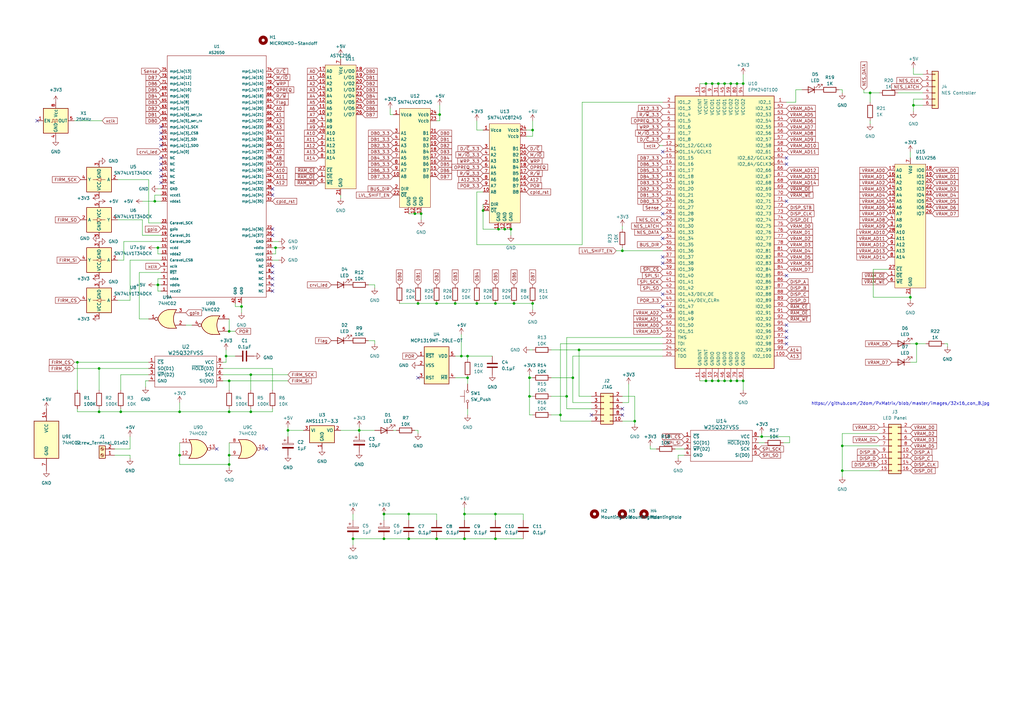
<source format=kicad_sch>
(kicad_sch (version 20230121) (generator eeschema)
  (paper "A3")
  (junction (at 195.58 124.46))
  (junction (at 73.66 186.69))
  (junction (at 234.95 154.94))
  (junction (at 209.55 93.98))
  (junction (at 172.72 87.63))
  (junction (at 304.8 34.29))
  (junction (at 345.44 182.88))
  (junction (at 190.5 220.98))
  (junction (at 179.07 220.98))
  (junction (at 292.1 34.29))
  (junction (at 312.42 179.07))
  (junction (at 31.75 148.59))
  (junction (at 198.12 86.36))
  (junction (at 299.72 34.29))
  (junction (at 217.17 154.94))
  (junction (at 49.53 168.91))
  (junction (at 93.98 156.21))
  (junction (at 191.77 154.94))
  (junction (at 190.5 210.82))
  (junction (at 167.64 210.82))
  (junction (at 289.56 156.21))
  (junction (at 93.98 168.91))
  (junction (at 255.27 102.87))
  (junction (at 373.38 121.92))
  (junction (at 170.18 87.63))
  (junction (at 93.98 135.89))
  (junction (at 186.69 124.46))
  (junction (at 179.07 124.46))
  (junction (at 294.64 156.21))
  (junction (at 292.1 156.21))
  (junction (at 64.77 116.84))
  (junction (at 297.18 156.21))
  (junction (at 118.11 176.53))
  (junction (at 299.72 156.21))
  (junction (at 294.64 34.29))
  (junction (at 374.65 43.18))
  (junction (at 218.44 124.46))
  (junction (at 93.98 190.5))
  (junction (at 171.45 124.46))
  (junction (at 102.87 168.91))
  (junction (at 92.71 146.05))
  (junction (at 102.87 153.67))
  (junction (at 375.92 140.97))
  (junction (at 147.32 176.53))
  (junction (at 302.26 34.29))
  (junction (at 191.77 146.05))
  (junction (at 260.35 172.72))
  (junction (at 113.03 101.6))
  (junction (at 64.77 101.6))
  (junction (at 229.87 170.18))
  (junction (at 217.17 162.56))
  (junction (at 73.66 168.91))
  (junction (at 40.64 168.91))
  (junction (at 304.8 156.21))
  (junction (at 203.2 124.46))
  (junction (at 207.01 93.98))
  (junction (at 93.98 186.69))
  (junction (at 302.26 156.21))
  (junction (at 144.78 220.98))
  (junction (at 345.44 193.04))
  (junction (at 232.41 162.56))
  (junction (at 237.49 143.51))
  (junction (at 203.2 220.98))
  (junction (at 203.2 210.82))
  (junction (at 356.87 38.1))
  (junction (at 297.18 34.29))
  (junction (at 210.82 124.46))
  (junction (at 40.64 151.13))
  (junction (at 180.34 46.99))
  (junction (at 157.48 220.98))
  (junction (at 204.47 93.98))
  (junction (at 189.23 146.05))
  (junction (at 167.64 220.98))
  (junction (at 99.06 125.73))
  (junction (at 289.56 34.29))
  (junction (at 157.48 210.82))
  (junction (at 63.5 82.55))
  (junction (at 218.44 53.34))
  (no_connect (at 111.76 111.76))
  (no_connect (at 322.58 113.03))
  (no_connect (at 66.04 72.39))
  (no_connect (at 66.04 52.07))
  (no_connect (at 66.04 67.31))
  (no_connect (at 171.45 154.94))
  (no_connect (at 322.58 82.55))
  (no_connect (at 255.27 170.18))
  (no_connect (at 66.04 59.69))
  (no_connect (at 111.76 96.52))
  (no_connect (at 322.58 64.77))
  (no_connect (at 111.76 116.84))
  (no_connect (at 66.04 69.85))
  (no_connect (at 271.78 97.79))
  (no_connect (at 322.58 133.35))
  (no_connect (at 111.76 119.38))
  (no_connect (at 109.22 184.15))
  (no_connect (at 271.78 105.41))
  (no_connect (at 66.04 57.15))
  (no_connect (at 66.04 64.77))
  (no_connect (at 271.78 87.63))
  (no_connect (at 111.76 93.98))
  (no_connect (at 271.78 125.73))
  (no_connect (at 322.58 138.43))
  (no_connect (at 242.57 170.18))
  (no_connect (at 271.78 120.65))
  (no_connect (at 88.9 184.15))
  (no_connect (at 322.58 135.89))
  (no_connect (at 66.04 74.93))
  (no_connect (at 322.58 140.97))
  (no_connect (at 255.27 167.64))
  (no_connect (at 111.76 109.22))
  (no_connect (at 111.76 114.3))
  (no_connect (at 15.24 49.53))
  (no_connect (at 271.78 62.23))
  (no_connect (at 111.76 77.47))
  (no_connect (at 111.76 80.01))
  (no_connect (at 322.58 67.31))
  (no_connect (at 271.78 107.95))
  (no_connect (at 66.04 54.61))
  (wire (pts (xy 60.96 148.59) (xy 31.75 148.59)))
  (wire (pts (xy 144.78 220.98) (xy 144.78 223.52)))
  (wire (pts (xy 304.8 160.02) (xy 304.8 156.21)))
  (wire (pts (xy 198.12 86.36) (xy 198.12 93.98)))
  (wire (pts (xy 302.26 34.29) (xy 299.72 34.29)))
  (wire (pts (xy 102.87 167.64) (xy 102.87 168.91)))
  (wire (pts (xy 48.26 90.17) (xy 58.42 90.17)))
  (wire (pts (xy 232.41 167.64) (xy 242.57 167.64)))
  (wire (pts (xy 30.48 151.13) (xy 40.64 151.13)))
  (wire (pts (xy 92.71 143.51) (xy 92.71 146.05)))
  (wire (pts (xy 191.77 154.94) (xy 191.77 157.48)))
  (wire (pts (xy 58.42 96.52) (xy 66.04 96.52)))
  (wire (pts (xy 297.18 156.21) (xy 294.64 156.21)))
  (wire (pts (xy 139.7 80.01) (xy 139.7 81.28)))
  (wire (pts (xy 93.98 168.91) (xy 102.87 168.91)))
  (wire (pts (xy 58.42 82.55) (xy 63.5 82.55)))
  (wire (pts (xy 60.96 153.67) (xy 49.53 153.67)))
  (wire (pts (xy 328.93 36.83) (xy 326.39 36.83)))
  (wire (pts (xy 118.11 179.07) (xy 118.11 176.53)))
  (wire (pts (xy 57.15 130.81) (xy 60.96 130.81)))
  (wire (pts (xy 190.5 220.98) (xy 203.2 220.98)))
  (wire (pts (xy 271.78 143.51) (xy 237.49 143.51)))
  (wire (pts (xy 53.34 184.15) (xy 46.99 184.15)))
  (wire (pts (xy 189.23 137.16) (xy 189.23 146.05)))
  (wire (pts (xy 180.34 46.99) (xy 180.34 49.53)))
  (wire (pts (xy 96.52 135.89) (xy 93.98 135.89)))
  (wire (pts (xy 60.96 151.13) (xy 40.64 151.13)))
  (wire (pts (xy 299.72 156.21) (xy 297.18 156.21)))
  (wire (pts (xy 215.9 53.34) (xy 218.44 53.34)))
  (wire (pts (xy 356.87 49.53) (xy 356.87 50.8)))
  (wire (pts (xy 269.24 184.15) (xy 266.7 184.15)))
  (wire (pts (xy 271.78 138.43) (xy 232.41 138.43)))
  (wire (pts (xy 66.04 119.38) (xy 64.77 119.38)))
  (wire (pts (xy 289.56 156.21) (xy 287.02 156.21)))
  (wire (pts (xy 59.69 158.75) (xy 59.69 156.21)))
  (wire (pts (xy 190.5 210.82) (xy 190.5 213.36)))
  (wire (pts (xy 66.04 99.06) (xy 50.8 99.06)))
  (wire (pts (xy 375.92 148.59) (xy 375.92 140.97)))
  (wire (pts (xy 217.17 154.94) (xy 218.44 154.94)))
  (wire (pts (xy 218.44 49.53) (xy 218.44 53.34)))
  (wire (pts (xy 179.07 213.36) (xy 179.07 210.82)))
  (wire (pts (xy 189.23 146.05) (xy 186.69 146.05)))
  (wire (pts (xy 153.67 116.84) (xy 153.67 118.11)))
  (wire (pts (xy 255.27 92.71) (xy 255.27 93.98)))
  (wire (pts (xy 373.38 121.92) (xy 373.38 123.19)))
  (wire (pts (xy 113.03 104.14) (xy 113.03 101.6)))
  (wire (pts (xy 59.69 156.21) (xy 60.96 156.21)))
  (wire (pts (xy 209.55 96.52) (xy 209.55 93.98)))
  (wire (pts (xy 252.73 102.87) (xy 255.27 102.87)))
  (wire (pts (xy 144.78 210.82) (xy 144.78 213.36)))
  (wire (pts (xy 302.26 156.21) (xy 299.72 156.21)))
  (wire (pts (xy 64.77 101.6) (xy 66.04 101.6)))
  (wire (pts (xy 234.95 146.05) (xy 234.95 154.94)))
  (wire (pts (xy 195.58 100.33) (xy 195.58 78.74)))
  (wire (pts (xy 151.13 116.84) (xy 153.67 116.84)))
  (wire (pts (xy 167.64 210.82) (xy 157.48 210.82)))
  (wire (pts (xy 278.13 186.69) (xy 278.13 187.96)))
  (wire (pts (xy 345.44 195.58) (xy 345.44 193.04)))
  (wire (pts (xy 360.68 177.8) (xy 345.44 177.8)))
  (wire (pts (xy 53.34 123.19) (xy 48.26 123.19)))
  (wire (pts (xy 31.75 167.64) (xy 31.75 168.91)))
  (wire (pts (xy 276.86 184.15) (xy 280.67 184.15)))
  (wire (pts (xy 171.45 176.53) (xy 171.45 177.8)))
  (wire (pts (xy 31.75 168.91) (xy 40.64 168.91)))
  (wire (pts (xy 255.27 102.87) (xy 271.78 102.87)))
  (wire (pts (xy 93.98 186.69) (xy 93.98 190.5)))
  (wire (pts (xy 93.98 190.5) (xy 93.98 191.77)))
  (wire (pts (xy 358.14 110.49) (xy 364.49 110.49)))
  (wire (pts (xy 99.06 125.73) (xy 99.06 128.27)))
  (wire (pts (xy 53.34 186.69) (xy 46.99 186.69)))
  (wire (pts (xy 190.5 210.82) (xy 203.2 210.82)))
  (wire (pts (xy 167.64 220.98) (xy 179.07 220.98)))
  (wire (pts (xy 93.98 181.61) (xy 93.98 186.69)))
  (wire (pts (xy 40.64 168.91) (xy 49.53 168.91)))
  (wire (pts (xy 217.17 153.67) (xy 217.17 154.94)))
  (wire (pts (xy 66.04 111.76) (xy 57.15 111.76)))
  (wire (pts (xy 373.38 140.97) (xy 375.92 140.97)))
  (wire (pts (xy 60.96 91.44) (xy 66.04 91.44)))
  (wire (pts (xy 40.64 151.13) (xy 40.64 160.02)))
  (wire (pts (xy 163.83 124.46) (xy 171.45 124.46)))
  (wire (pts (xy 191.77 167.64) (xy 191.77 170.18)))
  (wire (pts (xy 237.49 143.51) (xy 237.49 162.56)))
  (wire (pts (xy 345.44 193.04) (xy 360.68 193.04)))
  (wire (pts (xy 214.63 210.82) (xy 214.63 213.36)))
  (wire (pts (xy 299.72 34.29) (xy 297.18 34.29)))
  (wire (pts (xy 111.76 106.68) (xy 114.3 106.68)))
  (wire (pts (xy 73.66 186.69) (xy 73.66 190.5)))
  (wire (pts (xy 229.87 140.97) (xy 229.87 170.18)))
  (wire (pts (xy 226.06 143.51) (xy 237.49 143.51)))
  (wire (pts (xy 294.64 34.29) (xy 292.1 34.29)))
  (wire (pts (xy 226.06 170.18) (xy 229.87 170.18)))
  (wire (pts (xy 234.95 165.1) (xy 242.57 165.1)))
  (wire (pts (xy 53.34 179.07) (xy 53.34 184.15)))
  (wire (pts (xy 345.44 36.83) (xy 345.44 38.1)))
  (wire (pts (xy 66.04 106.68) (xy 53.34 106.68)))
  (wire (pts (xy 49.53 153.67) (xy 49.53 160.02)))
  (wire (pts (xy 147.32 176.53) (xy 153.67 176.53)))
  (wire (pts (xy 374.65 45.72) (xy 374.65 43.18)))
  (wire (pts (xy 64.77 119.38) (xy 64.77 116.84)))
  (wire (pts (xy 190.5 208.28) (xy 190.5 210.82)))
  (wire (pts (xy 388.62 140.97) (xy 388.62 142.24)))
  (wire (pts (xy 66.04 114.3) (xy 64.77 114.3)))
  (wire (pts (xy 229.87 170.18) (xy 229.87 172.72)))
  (wire (pts (xy 180.34 49.53) (xy 179.07 49.53)))
  (wire (pts (xy 58.42 90.17) (xy 58.42 96.52)))
  (wire (pts (xy 203.2 220.98) (xy 214.63 220.98)))
  (wire (pts (xy 179.07 124.46) (xy 186.69 124.46)))
  (wire (pts (xy 111.76 151.13) (xy 111.76 160.02)))
  (wire (pts (xy 53.34 187.96) (xy 53.34 186.69)))
  (wire (pts (xy 157.48 210.82) (xy 157.48 213.36)))
  (wire (pts (xy 139.7 176.53) (xy 147.32 176.53)))
  (wire (pts (xy 270.51 59.69) (xy 271.78 59.69)))
  (wire (pts (xy 345.44 177.8) (xy 345.44 182.88)))
  (wire (pts (xy 191.77 146.05) (xy 201.93 146.05)))
  (wire (pts (xy 50.8 106.68) (xy 48.26 106.68)))
  (wire (pts (xy 160.02 46.99) (xy 161.29 46.99)))
  (wire (pts (xy 198.12 93.98) (xy 204.47 93.98)))
  (wire (pts (xy 207.01 93.98) (xy 204.47 93.98)))
  (wire (pts (xy 171.45 124.46) (xy 179.07 124.46)))
  (wire (pts (xy 63.5 101.6) (xy 64.77 101.6)))
  (wire (pts (xy 96.52 124.46) (xy 96.52 125.73)))
  (wire (pts (xy 374.65 30.48) (xy 374.65 27.94)))
  (wire (pts (xy 30.48 148.59) (xy 31.75 148.59)))
  (wire (pts (xy 312.42 179.07) (xy 311.15 179.07)))
  (wire (pts (xy 180.34 43.18) (xy 180.34 46.99)))
  (wire (pts (xy 195.58 53.34) (xy 198.12 53.34)))
  (wire (pts (xy 186.69 124.46) (xy 195.58 124.46)))
  (wire (pts (xy 374.65 40.64) (xy 378.46 40.64)))
  (wire (pts (xy 63.5 82.55) (xy 66.04 82.55)))
  (wire (pts (xy 354.33 38.1) (xy 356.87 38.1)))
  (wire (pts (xy 218.44 55.88) (xy 215.9 55.88)))
  (wire (pts (xy 73.66 190.5) (xy 93.98 190.5)))
  (wire (pts (xy 289.56 34.29) (xy 287.02 34.29)))
  (wire (pts (xy 111.76 101.6) (xy 113.03 101.6)))
  (wire (pts (xy 229.87 172.72) (xy 242.57 172.72)))
  (wire (pts (xy 226.06 154.94) (xy 234.95 154.94)))
  (wire (pts (xy 312.42 177.8) (xy 312.42 179.07)))
  (wire (pts (xy 64.77 116.84) (xy 66.04 116.84)))
  (wire (pts (xy 344.17 36.83) (xy 345.44 36.83)))
  (wire (pts (xy 374.65 43.18) (xy 374.65 40.64)))
  (wire (pts (xy 139.7 22.86) (xy 139.7 24.13)))
  (wire (pts (xy 294.64 156.21) (xy 292.1 156.21)))
  (wire (pts (xy 64.77 114.3) (xy 64.77 116.84)))
  (wire (pts (xy 64.77 104.14) (xy 64.77 101.6)))
  (wire (pts (xy 167.64 213.36) (xy 167.64 210.82)))
  (wire (pts (xy 63.5 80.01) (xy 63.5 82.55)))
  (wire (pts (xy 66.04 104.14) (xy 64.77 104.14)))
  (wire (pts (xy 356.87 38.1) (xy 360.68 38.1)))
  (wire (pts (xy 373.38 62.23) (xy 373.38 64.77)))
  (wire (pts (xy 373.38 148.59) (xy 375.92 148.59)))
  (wire (pts (xy 49.53 167.64) (xy 49.53 168.91)))
  (wire (pts (xy 147.32 175.26) (xy 147.32 176.53)))
  (wire (pts (xy 153.67 139.7) (xy 153.67 140.97)))
  (wire (pts (xy 218.44 162.56) (xy 217.17 162.56)))
  (wire (pts (xy 92.71 148.59) (xy 91.44 148.59)))
  (wire (pts (xy 93.98 156.21) (xy 118.11 156.21)))
  (wire (pts (xy 161.29 176.53) (xy 162.56 176.53)))
  (wire (pts (xy 195.58 78.74) (xy 198.12 78.74)))
  (wire (pts (xy 102.87 153.67) (xy 102.87 160.02)))
  (wire (pts (xy 102.87 168.91) (xy 111.76 168.91)))
  (wire (pts (xy 217.17 162.56) (xy 217.17 154.94)))
  (wire (pts (xy 73.66 181.61) (xy 73.66 186.69)))
  (wire (pts (xy 60.96 73.66) (xy 60.96 91.44)))
  (wire (pts (xy 323.85 179.07) (xy 312.42 179.07)))
  (wire (pts (xy 203.2 124.46) (xy 210.82 124.46)))
  (wire (pts (xy 179.07 210.82) (xy 167.64 210.82)))
  (wire (pts (xy 232.41 162.56) (xy 232.41 167.64)))
  (wire (pts (xy 118.11 175.26) (xy 118.11 176.53)))
  (wire (pts (xy 271.78 146.05) (xy 234.95 146.05)))
  (wire (pts (xy 210.82 124.46) (xy 218.44 124.46)))
  (wire (pts (xy 111.76 168.91) (xy 111.76 167.64)))
  (wire (pts (xy 280.67 186.69) (xy 278.13 186.69)))
  (wire (pts (xy 57.15 111.76) (xy 57.15 130.81)))
  (wire (pts (xy 96.52 125.73) (xy 99.06 125.73)))
  (wire (pts (xy 345.44 182.88) (xy 345.44 193.04)))
  (wire (pts (xy 93.98 135.89) (xy 93.98 130.81)))
  (wire (pts (xy 255.27 162.56) (xy 260.35 162.56)))
  (wire (pts (xy 354.33 36.83) (xy 354.33 38.1)))
  (wire (pts (xy 218.44 53.34) (xy 218.44 55.88)))
  (wire (pts (xy 102.87 153.67) (xy 118.11 153.67)))
  (wire (pts (xy 93.98 156.21) (xy 93.98 160.02)))
  (wire (pts (xy 144.78 220.98) (xy 157.48 220.98)))
  (wire (pts (xy 170.18 176.53) (xy 171.45 176.53)))
  (wire (pts (xy 63.5 116.84) (xy 64.77 116.84)))
  (wire (pts (xy 311.15 181.61) (xy 313.69 181.61)))
  (wire (pts (xy 271.78 140.97) (xy 229.87 140.97)))
  (wire (pts (xy 198.12 83.82) (xy 198.12 86.36)))
  (wire (pts (xy 99.06 124.46) (xy 99.06 125.73)))
  (wire (pts (xy 92.71 146.05) (xy 92.71 148.59)))
  (wire (pts (xy 191.77 146.05) (xy 189.23 146.05)))
  (wire (pts (xy 260.35 162.56) (xy 260.35 172.72)))
  (wire (pts (xy 234.95 154.94) (xy 234.95 165.1)))
  (wire (pts (xy 358.14 121.92) (xy 373.38 121.92)))
  (wire (pts (xy 218.44 170.18) (xy 217.17 170.18)))
  (wire (pts (xy 73.66 168.91) (xy 93.98 168.91)))
  (wire (pts (xy 358.14 121.92) (xy 358.14 110.49)))
  (wire (pts (xy 226.06 162.56) (xy 232.41 162.56)))
  (wire (pts (xy 360.68 182.88) (xy 345.44 182.88)))
  (wire (pts (xy 64.77 77.47) (xy 66.04 77.47)))
  (wire (pts (xy 217.17 170.18) (xy 217.17 162.56)))
  (wire (pts (xy 378.46 30.48) (xy 374.65 30.48)))
  (wire (pts (xy 147.32 176.53) (xy 147.32 177.8)))
  (wire (pts (xy 218.44 124.46) (xy 218.44 127)))
  (wire (pts (xy 266.7 184.15) (xy 266.7 182.88)))
  (wire (pts (xy 73.66 165.1) (xy 73.66 168.91)))
  (wire (pts (xy 151.13 139.7) (xy 153.67 139.7)))
  (wire (pts (xy 31.75 148.59) (xy 31.75 160.02)))
  (wire (pts (xy 118.11 176.53) (xy 124.46 176.53)))
  (wire (pts (xy 304.8 30.48) (xy 304.8 34.29)))
  (wire (pts (xy 321.31 181.61) (xy 323.85 181.61)))
  (wire (pts (xy 260.35 172.72) (xy 255.27 172.72)))
  (wire (pts (xy 304.8 156.21) (xy 302.26 156.21)))
  (wire (pts (xy 375.92 140.97) (xy 379.73 140.97)))
  (wire (pts (xy 91.44 156.21) (xy 93.98 156.21)))
  (wire (pts (xy 292.1 156.21) (xy 289.56 156.21)))
  (wire (pts (xy 49.53 168.91) (xy 73.66 168.91)))
  (wire (pts (xy 92.71 146.05) (xy 96.52 146.05)))
  (wire (pts (xy 356.87 41.91) (xy 356.87 38.1)))
  (wire (pts (xy 368.3 38.1) (xy 378.46 38.1)))
  (wire (pts (xy 157.48 220.98) (xy 167.64 220.98)))
  (wire (pts (xy 50.8 99.06) (xy 50.8 106.68)))
  (wire (pts (xy 30.48 49.53) (xy 41.91 49.53)))
  (wire (pts (xy 326.39 36.83) (xy 326.39 41.91)))
  (wire (pts (xy 111.76 99.06) (xy 114.3 99.06)))
  (wire (pts (xy 271.78 41.91) (xy 238.76 41.91)))
  (wire (pts (xy 93.98 167.64) (xy 93.98 168.91)))
  (wire (pts (xy 373.38 120.65) (xy 373.38 121.92)))
  (wire (pts (xy 53.34 106.68) (xy 53.34 123.19)))
  (wire (pts (xy 195.58 49.53) (xy 195.58 53.34)))
  (wire (pts (xy 66.04 80.01) (xy 63.5 80.01)))
  (wire (pts (xy 172.72 87.63) (xy 170.18 87.63)))
  (wire (pts (xy 255.27 101.6) (xy 255.27 102.87)))
  (wire (pts (xy 297.18 34.29) (xy 294.64 34.29)))
  (wire (pts (xy 203.2 210.82) (xy 203.2 213.36)))
  (wire (pts (xy 186.69 154.94) (xy 191.77 154.94)))
  (wire (pts (xy 374.65 43.18) (xy 378.46 43.18)))
  (wire (pts (xy 40.64 167.64) (xy 40.64 168.91)))
  (wire (pts (xy 387.35 140.97) (xy 388.62 140.97)))
  (wire (pts (xy 232.41 138.43) (xy 232.41 162.56)))
  (wire (pts (xy 238.76 41.91) (xy 238.76 100.33)))
  (wire (pts (xy 304.8 34.29) (xy 302.26 34.29)))
  (wire (pts (xy 91.44 151.13) (xy 111.76 151.13)))
  (wire (pts (xy 172.72 90.17) (xy 172.72 87.63)))
  (wire (pts (xy 111.76 104.14) (xy 113.03 104.14)))
  (wire (pts (xy 238.76 100.33) (xy 195.58 100.33)))
  (wire (pts (xy 91.44 153.67) (xy 102.87 153.67)))
  (wire (pts (xy 217.17 143.51) (xy 218.44 143.51)))
  (wire (pts (xy 195.58 124.46) (xy 203.2 124.46)))
  (wire (pts (xy 323.85 181.61) (xy 323.85 179.07)))
  (wire (pts (xy 113.03 101.6) (xy 114.3 101.6)))
  (wire (pts (xy 237.49 162.56) (xy 242.57 162.56)))
  (wire (pts (xy 179.07 220.98) (xy 190.5 220.98)))
  (wire (pts (xy 203.2 210.82) (xy 214.63 210.82)))
  (wire (pts (xy 48.26 73.66) (xy 60.96 73.66)))
  (wire (pts (xy 260.35 172.72) (xy 260.35 173.99)))
  (wire (pts (xy 170.18 87.63) (xy 167.64 87.63)))
  (wire (pts (xy 257.81 157.48) (xy 257.81 165.1)))
  (wire (pts (xy 179.07 46.99) (xy 180.34 46.99)))
  (wire (pts (xy 209.55 93.98) (xy 207.01 93.98)))
  (wire (pts (xy 292.1 34.29) (xy 289.56 34.29)))
  (wire (pts (xy 257.81 165.1) (xy 255.27 165.1)))
  (wire (pts (xy 326.39 41.91) (xy 322.58 41.91)))
  (wire (pts (xy 191.77 147.32) (xy 191.77 146.05)))
  (wire (pts (xy 160.02 44.45) (xy 160.02 46.99)))
  (wire (pts (xy 76.2 133.35) (xy 78.74 133.35)))
  (text "https://github.com/2dom/PxMatrix/blob/master/images/32x16_con_B.jpg" (at 332.74 166.37 0) (effects (font (size 1.27 1.27)) (justify left bottom)))
  (global_label "WRP" (shape input) (at 111.76 34.29 0) (property "Intersheetrefs" "${INTERSHEET_REFS}" (effects hide)))
  (global_label "VRAM_AD9" (shape input) (at 322.58 57.15 0) (property "Intersheetrefs" "${INTERSHEET_REFS}" (effects hide)))
  (global_label "M{slash}~{IO}" (shape input) (at 215.9 63.5 0) (property "Intersheetrefs" "${INTERSHEET_REFS}" (effects hide)))
  (global_label "VRAM_D7" (shape input) (at 382.27 87.63 0) (property "Intersheetrefs" "${INTERSHEET_REFS}" (effects hide)))
  (global_label "VRAM_D5" (shape input) (at 382.27 82.55 0) (property "Intersheetrefs" "${INTERSHEET_REFS}" (effects hide)))
  (global_label "A7" (shape input) (at 111.76 62.23 0) (property "Intersheetrefs" "${INTERSHEET_REFS}" (effects hide)))
  (global_label "~{VRAM_WE}" (shape input) (at 364.49 115.57 180) (property "Intersheetrefs" "${INTERSHEET_REFS}" (effects hide)))
  (global_label "gpio" (shape input) (at 76.2 128.27 0) (property "Intersheetrefs" "${INTERSHEET_REFS}" (effects hide)))
  (global_label "FIRM_SI" (shape input) (at 118.11 156.21 0) (property "Intersheetrefs" "${INTERSHEET_REFS}" (effects hide)))
  (global_label "DISP_D" (shape input) (at 360.68 187.96 180) (property "Intersheetrefs" "${INTERSHEET_REFS}" (effects hide)))
  (global_label "VRAM_D2" (shape input) (at 322.58 97.79 0) (property "Intersheetrefs" "${INTERSHEET_REFS}" (effects hide)))
  (global_label "DB5" (shape input) (at 203.2 116.84 90) (property "Intersheetrefs" "${INTERSHEET_REFS}" (effects hide)))
  (global_label "FIRM_CS" (shape input) (at 30.48 148.59 180) (property "Intersheetrefs" "${INTERSHEET_REFS}" (effects hide)))
  (global_label "LVL_SHIFT_EN" (shape input) (at 252.73 102.87 180) (property "Intersheetrefs" "${INTERSHEET_REFS}" (effects hide)))
  (global_label "A7" (shape input) (at 130.81 46.99 180) (property "Intersheetrefs" "${INTERSHEET_REFS}" (effects hide)))
  (global_label "SPI_SI" (shape input) (at 280.67 181.61 180) (property "Intersheetrefs" "${INTERSHEET_REFS}" (effects hide)))
  (global_label "DB4" (shape input) (at 148.59 39.37 0) (property "Intersheetrefs" "${INTERSHEET_REFS}" (effects hide)))
  (global_label "DB4_3.3" (shape input) (at 271.78 72.39 180) (property "Intersheetrefs" "${INTERSHEET_REFS}" (effects hide)))
  (global_label "DB0" (shape input) (at 148.59 29.21 0) (property "Intersheetrefs" "${INTERSHEET_REFS}" (effects hide)))
  (global_label "VRAM_D2" (shape input) (at 382.27 74.93 0) (property "Intersheetrefs" "${INTERSHEET_REFS}" (effects hide)))
  (global_label "DB4" (shape input) (at 66.04 39.37 180) (property "Intersheetrefs" "${INTERSHEET_REFS}" (effects hide)))
  (global_label "VRAM_AD11" (shape input) (at 322.58 62.23 0) (property "Intersheetrefs" "${INTERSHEET_REFS}" (effects hide)))
  (global_label "VRAM_D5" (shape input) (at 322.58 105.41 0) (property "Intersheetrefs" "${INTERSHEET_REFS}" (effects hide)))
  (global_label "~{SPI_CS}" (shape input) (at 280.67 179.07 180) (property "Intersheetrefs" "${INTERSHEET_REFS}" (effects hide)))
  (global_label "DB4" (shape input) (at 179.07 64.77 0) (property "Intersheetrefs" "${INTERSHEET_REFS}" (effects hide)))
  (global_label "VRAM_AD8" (shape input) (at 322.58 54.61 0) (property "Intersheetrefs" "${INTERSHEET_REFS}" (effects hide)))
  (global_label "VRAM_AD7" (shape input) (at 364.49 87.63 180) (property "Intersheetrefs" "${INTERSHEET_REFS}" (effects hide)))
  (global_label "VRAM_AD8" (shape input) (at 364.49 90.17 180) (property "Intersheetrefs" "${INTERSHEET_REFS}" (effects hide)))
  (global_label "DB0_3.3" (shape input) (at 161.29 54.61 180) (property "Intersheetrefs" "${INTERSHEET_REFS}" (effects hide)))
  (global_label "VRAM_D1" (shape input) (at 360.68 175.26 180) (property "Intersheetrefs" "${INTERSHEET_REFS}" (effects hide)))
  (global_label "VRAM_AD3" (shape input) (at 364.49 77.47 180) (property "Intersheetrefs" "${INTERSHEET_REFS}" (effects hide)))
  (global_label "DISP_B" (shape input) (at 322.58 118.11 0) (property "Intersheetrefs" "${INTERSHEET_REFS}" (effects hide)))
  (global_label "cpld_rst" (shape input) (at 111.76 82.55 0) (property "Intersheetrefs" "${INTERSHEET_REFS}" (effects hide)))
  (global_label "A2" (shape input) (at 130.81 34.29 180) (property "Intersheetrefs" "${INTERSHEET_REFS}" (effects hide)))
  (global_label "A4" (shape input) (at 111.76 54.61 0) (property "Intersheetrefs" "${INTERSHEET_REFS}" (effects hide)))
  (global_label "VRAM_AD5" (shape input) (at 364.49 82.55 180) (property "Intersheetrefs" "${INTERSHEET_REFS}" (effects hide)))
  (global_label "VRAM_D3" (shape input) (at 373.38 180.34 0) (property "Intersheetrefs" "${INTERSHEET_REFS}" (effects hide)))
  (global_label "A3" (shape input) (at 130.81 36.83 180) (property "Intersheetrefs" "${INTERSHEET_REFS}" (effects hide)))
  (global_label "A10" (shape input) (at 130.81 54.61 180) (property "Intersheetrefs" "${INTERSHEET_REFS}" (effects hide)))
  (global_label "~{VRAM_OE}" (shape input) (at 322.58 77.47 0) (property "Intersheetrefs" "${INTERSHEET_REFS}" (effects hide)))
  (global_label "DB0" (shape input) (at 179.07 54.61 0) (property "Intersheetrefs" "${INTERSHEET_REFS}" (effects hide)))
  (global_label "DB3" (shape input) (at 179.07 62.23 0) (property "Intersheetrefs" "${INTERSHEET_REFS}" (effects hide)))
  (global_label "VRAM_D6" (shape input) (at 322.58 107.95 0) (property "Intersheetrefs" "${INTERSHEET_REFS}" (effects hide)))
  (global_label "M{slash}~{IO}" (shape input) (at 111.76 31.75 0) (property "Intersheetrefs" "${INTERSHEET_REFS}" (effects hide)))
  (global_label "VRAM_AD0" (shape input) (at 364.49 69.85 180) (property "Intersheetrefs" "${INTERSHEET_REFS}" (effects hide)))
  (global_label "DISP_C" (shape input) (at 322.58 120.65 0) (property "Intersheetrefs" "${INTERSHEET_REFS}" (effects hide)))
  (global_label "FIRM_SI" (shape input) (at 33.02 106.68 180) (property "Intersheetrefs" "${INTERSHEET_REFS}" (effects hide)))
  (global_label "A11" (shape input) (at 130.81 57.15 180) (property "Intersheetrefs" "${INTERSHEET_REFS}" (effects hide)))
  (global_label "LVL_SHIFT_EN" (shape input) (at 161.29 80.01 180) (property "Intersheetrefs" "${INTERSHEET_REFS}" (effects hide)))
  (global_label "DB7_3.3" (shape input) (at 161.29 72.39 180) (property "Intersheetrefs" "${INTERSHEET_REFS}" (effects hide)))
  (global_label "~{RAM_CE}" (shape input) (at 322.58 125.73 0) (property "Intersheetrefs" "${INTERSHEET_REFS}" (effects hide)))
  (global_label "DISP_CLK" (shape input) (at 322.58 87.63 0) (property "Intersheetrefs" "${INTERSHEET_REFS}" (effects hide)))
  (global_label "D{slash}~{C}" (shape input) (at 215.9 60.96 0) (property "Intersheetrefs" "${INTERSHEET_REFS}" (effects hide)))
  (global_label "A1" (shape input) (at 130.81 31.75 180) (property "Intersheetrefs" "${INTERSHEET_REFS}" (effects hide)))
  (global_label "DB5_3.3" (shape input) (at 161.29 67.31 180) (property "Intersheetrefs" "${INTERSHEET_REFS}" (effects hide)))
  (global_label "DB5" (shape input) (at 148.59 41.91 0) (property "Intersheetrefs" "${INTERSHEET_REFS}" (effects hide)))
  (global_label "DISP_A" (shape input) (at 373.38 185.42 0) (property "Intersheetrefs" "${INTERSHEET_REFS}" (effects hide)))
  (global_label "DB4" (shape input) (at 195.58 116.84 90) (property "Intersheetrefs" "${INTERSHEET_REFS}" (effects hide)))
  (global_label "VRAM_AD0" (shape input) (at 271.78 133.35 180) (property "Intersheetrefs" "${INTERSHEET_REFS}" (effects hide)))
  (global_label "DB2_3.3" (shape input) (at 271.78 77.47 180) (property "Intersheetrefs" "${INTERSHEET_REFS}" (effects hide)))
  (global_label "DB1" (shape input) (at 179.07 57.15 0) (property "Intersheetrefs" "${INTERSHEET_REFS}" (effects hide)))
  (global_label "VRAM_AD2" (shape input) (at 364.49 74.93 180) (property "Intersheetrefs" "${INTERSHEET_REFS}" (effects hide)))
  (global_label "VRAM_AD9" (shape input) (at 364.49 92.71 180) (property "Intersheetrefs" "${INTERSHEET_REFS}" (effects hide)))
  (global_label "VRAM_D4" (shape input) (at 322.58 102.87 0) (property "Intersheetrefs" "${INTERSHEET_REFS}" (effects hide)))
  (global_label "DB1" (shape input) (at 66.04 46.99 180) (property "Intersheetrefs" "${INTERSHEET_REFS}" (effects hide)))
  (global_label "VRAM_D1" (shape input) (at 382.27 72.39 0) (property "Intersheetrefs" "${INTERSHEET_REFS}" (effects hide)))
  (global_label "FIRM_SCK" (shape input) (at 33.02 73.66 180) (property "Intersheetrefs" "${INTERSHEET_REFS}" (effects hide)))
  (global_label "POR_3.3" (shape input) (at 271.78 123.19 180) (property "Intersheetrefs" "${INTERSHEET_REFS}" (effects hide)))
  (global_label "SPI_SO" (shape input) (at 271.78 118.11 180) (property "Intersheetrefs" "${INTERSHEET_REFS}" (effects hide)))
  (global_label "NES_LATCH" (shape input) (at 378.46 35.56 180) (property "Intersheetrefs" "${INTERSHEET_REFS}" (effects hide)))
  (global_label "VRAM_AD7" (shape input) (at 322.58 52.07 0) (property "Intersheetrefs" "${INTERSHEET_REFS}" (effects hide)))
  (global_label "SPI_SCK" (shape input) (at 271.78 115.57 180) (property "Intersheetrefs" "${INTERSHEET_REFS}" (effects hide)))
  (global_label "VRAM_D5" (shape input) (at 373.38 182.88 0) (property "Intersheetrefs" "${INTERSHEET_REFS}" (effects hide)))
  (global_label "R{slash}~{W}" (shape input) (at 111.76 39.37 0) (property "Intersheetrefs" "${INTERSHEET_REFS}" (effects hide)))
  (global_label "DB7_3.3" (shape input) (at 271.78 64.77 180) (property "Intersheetrefs" "${INTERSHEET_REFS}" (effects hide)))
  (global_label "A10" (shape input) (at 111.76 69.85 0) (property "Intersheetrefs" "${INTERSHEET_REFS}" (effects hide)))
  (global_label "OPREQ_3.3" (shape input) (at 198.12 68.58 180) (property "Intersheetrefs" "${INTERSHEET_REFS}" (effects hide)))
  (global_label "NES_DATA" (shape input) (at 271.78 95.25 180) (property "Intersheetrefs" "${INTERSHEET_REFS}" (effects hide)))
  (global_label "VRAM_D7" (shape input) (at 322.58 110.49 0) (property "Intersheetrefs" "${INTERSHEET_REFS}" (effects hide)))
  (global_label "DB6_3.3" (shape input) (at 271.78 67.31 180) (property "Intersheetrefs" "${INTERSHEET_REFS}" (effects hide)))
  (global_label "A5" (shape input) (at 130.81 41.91 180) (property "Intersheetrefs" "${INTERSHEET_REFS}" (effects hide)))
  (global_label "A0" (shape input) (at 130.81 29.21 180) (property "Intersheetrefs" "${INTERSHEET_REFS}" (effects hide)))
  (global_label "cpld_rst" (shape input) (at 215.9 78.74 0) (property "Intersheetrefs" "${INTERSHEET_REFS}" (effects hide)))
  (global_label "DISP_A" (shape input) (at 322.58 115.57 0) (property "Intersheetrefs" "${INTERSHEET_REFS}" (effects hide)))
  (global_label "NES_CLK" (shape input) (at 378.46 33.02 180) (property "Intersheetrefs" "${INTERSHEET_REFS}" (effects hide)))
  (global_label "DB3" (shape input) (at 148.59 36.83 0) (property "Intersheetrefs" "${INTERSHEET_REFS}" (effects hide)))
  (global_label "R{slash}~{W}_3.3" (shape input) (at 271.78 46.99 180) (property "Intersheetrefs" "${INTERSHEET_REFS}" (effects hide)))
  (global_label "R{slash}~{W}_3.3" (shape input) (at 198.12 71.12 180) (property "Intersheetrefs" "${INTERSHEET_REFS}" (effects hide)))
  (global_label "VRAM_AD1" (shape input) (at 364.49 72.39 180) (property "Intersheetrefs" "${INTERSHEET_REFS}" (effects hide)))
  (global_label "A3" (shape input) (at 111.76 52.07 0) (property "Intersheetrefs" "${INTERSHEET_REFS}" (effects hide)))
  (global_label "A6" (shape input) (at 130.81 44.45 180) (property "Intersheetrefs" "${INTERSHEET_REFS}" (effects hide)))
  (global_label "~{VRAM_WE}" (shape input) (at 322.58 80.01 0) (property "Intersheetrefs" "${INTERSHEET_REFS}" (effects hide)))
  (global_label "DISP_STB" (shape input) (at 322.58 85.09 0) (property "Intersheetrefs" "${INTERSHEET_REFS}" (effects hide)))
  (global_label "POR" (shape input) (at 215.9 76.2 0) (property "Intersheetrefs" "${INTERSHEET_REFS}" (effects hide)))
  (global_label "Flag" (shape input) (at 135.89 139.7 180) (property "Intersheetrefs" "${INTERSHEET_REFS}" (effects hide)))
  (global_label "A0" (shape input) (at 111.76 44.45 0) (property "Intersheetrefs" "${INTERSHEET_REFS}" (effects hide)))
  (global_label "D{slash}~{C}_3.3" (shape input) (at 198.12 60.96 180) (property "Intersheetrefs" "${INTERSHEET_REFS}" (effects hide)))
  (global_label "A8" (shape input) (at 111.76 64.77 0) (property "Intersheetrefs" "${INTERSHEET_REFS}" (effects hide)))
  (global_label "A11" (shape input) (at 111.76 72.39 0) (property "Intersheetrefs" "${INTERSHEET_REFS}" (effects hide)))
  (global_label "gpio" (shape input) (at 66.04 93.98 180) (property "Intersheetrefs" "${INTERSHEET_REFS}" (effects hide)))
  (global_label "VRAM_AD12" (shape input) (at 322.58 69.85 0) (property "Intersheetrefs" "${INTERSHEET_REFS}" (effects hide)))
  (global_label "Sense" (shape input) (at 271.78 85.09 180) (property "Intersheetrefs" "${INTERSHEET_REFS}" (effects hide)))
  (global_label "A12" (shape input) (at 111.76 74.93 0) (property "Intersheetrefs" "${INTERSHEET_REFS}" (effects hide)))
  (global_label "DB1" (shape input) (at 148.59 31.75 0) (property "Intersheetrefs" "${INTERSHEET_REFS}" (effects hide)))
  (global_label "A4" (shape input) (at 130.81 39.37 180) (property "Intersheetrefs" "${INTERSHEET_REFS}" (effects hide)))
  (global_label "DB5" (shape input) (at 66.04 36.83 180) (property "Intersheetrefs" "${INTERSHEET_REFS}" (effects hide)))
  (global_label "DB0" (shape input) (at 66.04 49.53 180) (property "Intersheetrefs" "${INTERSHEET_REFS}" (effects hide)))
  (global_label "R{slash}~{W}" (shape input) (at 215.9 71.12 0) (property "Intersheetrefs" "${INTERSHEET_REFS}" (effects hide)))
  (global_label "~{SPI_CS}" (shape input) (at 271.78 110.49 180) (property "Intersheetrefs" "${INTERSHEET_REFS}" (effects hide)))
  (global_label "FIRM_SCK" (shape input) (at 118.11 153.67 0) (property "Intersheetrefs" "${INTERSHEET_REFS}" (effects hide)))
  (global_label "VRAM_D3" (shape input) (at 382.27 77.47 0) (property "Intersheetrefs" "${INTERSHEET_REFS}" (effects hide)))
  (global_label "VRAM_D6" (shape input) (at 365.76 140.97 180) (property "Intersheetrefs" "${INTERSHEET_REFS}" (effects hide)))
  (global_label "VRAM_D0" (shape input) (at 322.58 92.71 0) (property "Intersheetrefs" "${INTERSHEET_REFS}" (effects hide)))
  (global_label "A6" (shape input) (at 111.76 59.69 0) (property "Intersheetrefs" "${INTERSHEET_REFS}" (effects hide)))
  (global_label "VRAM_AD5" (shape input) (at 322.58 46.99 0) (property "Intersheetrefs" "${INTERSHEET_REFS}" (effects hide)))
  (global_label "DB1" (shape input) (at 171.45 116.84 90) (property "Intersheetrefs" "${INTERSHEET_REFS}" (effects hide)))
  (global_label "WRP" (shape input) (at 215.9 66.04 0) (property "Intersheetrefs" "${INTERSHEET_REFS}" (effects hide)))
  (global_label "DB7" (shape input) (at 148.59 46.99 0) (property "Intersheetrefs" "${INTERSHEET_REFS}" (effects hide)))
  (global_label "DB3" (shape input) (at 186.69 116.84 90) (property "Intersheetrefs" "${INTERSHEET_REFS}" (effects hide)))
  (global_label "A9" (shape input) (at 111.76 67.31 0) (property "Intersheetrefs" "${INTERSHEET_REFS}" (effects hide)))
  (global_label "VRAM_D0" (shape input) (at 382.27 69.85 0) (property "Intersheetrefs" "${INTERSHEET_REFS}" (effects hide)))
  (global_label "DB0_3.3" (shape input) (at 271.78 82.55 180) (property "Intersheetrefs" "${INTERSHEET_REFS}" (effects hide)))
  (global_label "VRAM_D2" (shape input) (at 373.38 177.8 0) (property "Intersheetrefs" "${INTERSHEET_REFS}" (effects hide)))
  (global_label "Sense" (shape input) (at 66.04 29.21 180) (property "Intersheetrefs" "${INTERSHEET_REFS}" (effects hide)))
  (global_label "DB3_3.3" (shape input) (at 271.78 74.93 180) (property "Intersheetrefs" "${INTERSHEET_REFS}" (effects hide)))
  (global_label "FIRM_SO" (shape input) (at 33.02 90.17 180) (property "Intersheetrefs" "${INTERSHEET_REFS}" (effects hide)))
  (global_label "VRAM_D6" (shape input) (at 382.27 85.09 0) (property "Intersheetrefs" "${INTERSHEET_REFS}" (effects hide)))
  (global_label "VRAM_D3" (shape input) (at 322.58 100.33 0) (property "Intersheetrefs" "${INTERSHEET_REFS}" (effects hide)))
  (global_label "DB0" (shape input) (at 163.83 116.84 90) (property "Intersheetrefs" "${INTERSHEET_REFS}" (effects hide)))
  (global_label "DISP_STB" (shape input) (at 360.68 190.5 180) (property "Intersheetrefs" "${INTERSHEET_REFS}" (effects hide)))
  (global_label "VRAM_D0" (shape input) (at 373.38 175.26 0) (property "Intersheetrefs" "${INTERSHEET_REFS}" (effects hide)))
  (global_label "A9" (shape input) (at 130.81 52.07 180) (property "Intersheetrefs" "${INTERSHEET_REFS}" (effects hide)))
  (global_label "DISP_CLK" (shape input) (at 373.38 190.5 0) (property "Intersheetrefs" "${INTERSHEET_REFS}" (effects hide)))
  (global_label "DISP_D" (shape input) (at 322.58 123.19 0) (property "Intersheetrefs" "${INTERSHEET_REFS}" (effects hide)))
  (global_label "VRAM_AD11" (shape input) (at 364.49 97.79 180) (property "Intersheetrefs" "${INTERSHEET_REFS}" (effects hide)))
  (global_label "A12_3.3" (shape input) (at 198.12 73.66 180) (property "Intersheetrefs" "${INTERSHEET_REFS}" (effects hide)))
  (global_label "POR" (shape input) (at 96.52 135.89 0) (property "Intersheetrefs" "${INTERSHEET_REFS}" (effects hide)))
  (global_label "VRAM_AD10" (shape input) (at 322.58 59.69 0) (property "Intersheetrefs" "${INTERSHEET_REFS}" (effects hide)))
  (global_label "WRP_3.3" (shape input) (at 271.78 52.07 180) (property "Intersheetrefs" "${INTERSHEET_REFS}" (effects hide)))
  (global_label "OPREQ" (shape input) (at 111.76 36.83 0) (property "Intersheetrefs" "${INTERSHEET_REFS}" (effects hide)))
  (global_label "DB7" (shape input) (at 66.04 31.75 180) (property "Intersheetrefs" "${INTERSHEET_REFS}" (effects hide)))
  (global_label "DB6" (shape input) (at 179.07 69.85 0) (property "Intersheetrefs" "${INTERSHEET_REFS}" (effects hide)))
  (global_label "POR" (shape input) (at 171.45 146.05 180) (property "Intersheetrefs" "${INTERSHEET_REFS}" (effects hide)))
  (global_label "~{RAM_WE}" (shape input) (at 130.81 74.93 180) (property "Intersheetrefs" "${INTERSHEET_REFS}" (effects hide)))
  (global_label "DB7" (shape input) (at 218.44 116.84 90) (property "Intersheetrefs" "${INTERSHEET_REFS}" (effects hide)))
  (global_label "VRAM_AD10" (shape input) (at 364.49 95.25 180) (property "Intersheetrefs" "${INTERSHEET_REFS}" (effects hide)))
  (global_label "OPREQ_3.3" (shape input) (at 271.78 49.53 180) (property "Intersheetrefs" "${INTERSHEET_REFS}" (effects hide)))
  (global_label "DB2_3.3" (shape input) (at 161.29 59.69 180) (property "Intersheetrefs" "${INTERSHEET_REFS}" (effects hide)))
  (global_label "WRP_3.3" (shape input) (at 198.12 66.04 180) (property "Intersheetrefs" "${INTERSHEET_REFS}" (effects hide)))
  (global_label "DB1_3.3" (shape input) (at 161.29 57.15 180) (property "Intersheetrefs" "${INTERSHEET_REFS}" (effects hide)))
  (global_label "xclk" (shape input) (at 41.91 49.53 0) (property "Intersheetrefs" "${INTERSHEET_REFS}" (effects hide)))
  (global_label "DB7" (shape input) (at 179.07 72.39 0) (property "Intersheetrefs" "${INTERSHEET_REFS}" (effects hide)))
  (global_label "VRAM_D4" (shape input) (at 360.68 180.34 180) (property "Intersheetrefs" "${INTERSHEET_REFS}" (effects hide)))
  (global_label "DB3_3.3" (shape input) (at 161.29 62.23 180) (property "Intersheetrefs" "${INTERSHEET_REFS}" (effects hide)))
  (global_label "crvl_led" (shape input) (at 135.89 116.84 180) (property "Intersheetrefs" "${INTERSHEET_REFS}" (effects hide)))
  (global_label "A12" (shape input) (at 130.81 59.69 180) (property "Intersheetrefs" "${INTERSHEET_REFS}" (effects hide)))
  (global_label "A12" (shape input) (at 215.9 73.66 0) (property "Intersheetrefs" "${INTERSHEET_REFS}" (effects hide)))
  (global_label "VRAM_AD14" (shape input) (at 364.49 105.41 180) (property "Intersheetrefs" "${INTERSHEET_REFS}" (effects hide)))
  (global_label "Flag" (shape input) (at 111.76 41.91 0) (property "Intersheetrefs" "${INTERSHEET_REFS}" (effects hide)))
  (global_label "DISP_OE" (shape input) (at 322.58 90.17 0) (property "Intersheetrefs" "${INTERSHEET_REFS}" (effects hide)))
  (global_label "VRAM_AD3" (shape input) (at 271.78 135.89 180) (property "Intersheetrefs" "${INTERSHEET_REFS}" (effects hide)))
  (global_label "A8" (shape input) (at 130.81 49.53 180) (property "Intersheetrefs" "${INTERSHEET_REFS}" (effects hide)))
  (global_label "DISP_C" (shape input) (at 373.38 187.96 0) (property "Intersheetrefs" "${INTERSHEET_REFS}" (effects hide)))
  (global_label "M{slash}~{IO}_3.3" (shape input) (at 198.12 63.5 180) (property "Intersheetrefs" "${INTERSHEET_REFS}" (effects hide)))
  (global_label "FIRM_CS" (shape input) (at 33.02 123.19 180) (property "Intersheetrefs" "${INTERSHEET_REFS}" (effects hide)))
  (global_label "VRAM_D7" (shape input) (at 365.76 148.59 180) (property "Intersheetrefs" "${INTERSHEET_REFS}" (effects hide)))
  (global_label "DB6" (shape input) (at 148.59 44.45 0) (property "Intersheetrefs" "${INTERSHEET_REFS}" (effects hide)))
  (global_label "DB1_3.3" (shape input) (at 271.78 80.01 180) (property "Intersheetrefs" "${INTERSHEET_REFS}" (effects hide)))
  (global_label "crvl_led" (shape input) (at 66.04 62.23 180) (property "Intersheetrefs" "${INTERSHEET_REFS}" (effects hide)))
  (global_label "SPI_SCK" (shape input) (at 311.15 184.15 0) (property "Intersheetrefs" "${INTERSHEET_REFS}" (effects hide)))
  (global_label "VRAM_AD4" (shape input) (at 322.58 44.45 0) (property "Intersheetrefs" "${INTERSHEET_REFS}" (effects hide)))
  (global_label "VRAM_AD6" (shape input) (at 364.49 85.09 180) (property "Intersheetrefs" "${INTERSHEET_REFS}" (effects hide)))
  (global_label "D{slash}~{C}_3.3" (shape input) (at 271.78 57.15 180) (property "Intersheetrefs" "${INTERSHEET_REFS}" (effects hide)))
  (global_label "A14" (shape input) (at 322.58 143.51 0) (property "Intersheetrefs" "${INTERSHEET_REFS}" (effects hide)))
  (global_label "VRAM_AD13" (shape input) (at 322.58 72.39 0) (property "Intersheetrefs" "${INTERSHEET_REFS}" (effects hide)))
  (global_label "A1" (shape input) (at 111.76 46.99 0) (property "Intersheetrefs" "${INTERSHEET_REFS}" (effects hide)))
  (global_label "VRAM_AD6" (shape input) (at 322.58 49.53 0) (property "Intersheetrefs" "${INTERSHEET_REFS}" (effects hide)))
  (global_label "~{VRAM_OE}" (shape input) (at 364.49 113.03 180) (property "Intersheetrefs" "${INTERSHEET_REFS}" (effects hide)))
  (global_label "FIRM_SO" (shape input) (at 30.48 151.13 180) (property "Intersheetrefs" "${INTERSHEET_REFS}" (effects hide)))
  (global_label "DB6_3.3" (shape input) (at 161.29 69.85 180) (property "Intersheetrefs" "${INTERSHEET_REFS}" (effects hide)))
  (global_label "POR_3.3" (shape input) (at 198.12 76.2 180) (property "Intersheetrefs" "${INTERSHEET_REFS}" (effects hide)))
  (global_label "~{RAM_OE}" (shape input) (at 322.58 128.27 0) (property "Intersheetrefs" "${INTERSHEET_REFS}" (effects hide)))
  (global_label "~{RAM_WE}" (shape input) (at 322.58 130.81 0) (property "Intersheetrefs" "${INTERSHEET_REFS}" (effects hide)))
  (global_label "D{slash}~{C}" (shape input) (at 111.76 29.21 0) (property "Intersheetrefs" "${INTERSHEET_REFS}" (effects hide)))
  (global_label "NES_LATCH" (shape input) (at 271.78 92.71 180) (property "Intersheetrefs" "${INTERSHEET_REFS}" (effects hide)))
  (global_label "DISP_B" (shape input) (at 360.68 185.42 180) (property "Intersheetrefs" "${INTERSHEET_REFS}" (effects hide)))
  (global_label "SPI_SI" (shape input) (at 271.78 113.03 180) (property "Intersheetrefs" "${INTERSHEET_REFS}" (effects hide)))
  (global_label "NES_CLK" (shape input) (at 271.78 90.17 180) (property "Intersheetrefs" "${INTERSHEET_REFS}" (effects hide)))
  (global_label "DISP_OE" (shape input) (at 373.38 193.04 0) (property "Intersheetrefs" "${INTERSHEET_REFS}" (effects hide)))
  (global_label "DB6" (shape input) (at 66.04 34.29 180) (property "Intersheetrefs" "${INTERSHEET_REFS}" (effects hide)))
  (global_label "xclk" (shape input) (at 66.04 109.22 180) (property "Intersheetrefs" "${INTERSHEET_REFS}" (effects hide)))
  (global_label "A13" (shape input) (at 322.58 146.05 0) (property "Intersheetrefs" "${INTERSHEET_REFS}" (effects hide)))
  (global_label "DB5_3.3" (shape input) (at 271.78 69.85 180) (property "Intersheetrefs" "${INTERSHEET_REFS}" (effects hide)))
  (global_label "~{RAM_CE}" (shape input) (at 130.81 69.85 180) (property "Intersheetrefs" "${INTERSHEET_REFS}" (effects hide)))
  (global_label "VRAM_D1" (shape input) (at 322.58 95.25 0) (property "Intersheetrefs" "${INTERSHEET_REFS}" (effects hide)))
  (global_label "A14" (shape input) (at 130.81 64.77 180) (property "Intersheetrefs" "${INTERSHEET_REFS}" (effects hide)))
  (global_label "DB6" (shape input) (at 210.82 116.84 90) (property "Intersheetrefs" "${INTERSHEET_REFS}" (effects hide)))
  (global_label "DB2" (shape input) (at 179.07 116.84 90) (property "Intersheetrefs" "${INTERSHEET_REFS}" (effects hide)))
  (global_label "VRAM_AD1" (shape input) (at 271.78 130.81 180) (property "Intersheetrefs" "${INTERSHEET_REFS}" (effects hide)))
  (global_label "DB5" (shape input) (at 179.07 67.31 0) (property "Intersheetrefs" "${INTERSHEET_REFS}" (effects hide)))
  (global_label "VRAM_AD12" (shape input) (at 364.49 100.33 180) (property "Intersheetrefs" "${INTERSHEET_REFS}" (effects hide)))
  (global_label "VRAM_AD2" (shape input) (at 271.78 128.27 180) (property "Intersheetrefs" "${INTERSHEET_REFS}" (effects hide)))
  (global_label "DB4_3.3" (shape input) (at 161.29 64.77 180) (property "Intersheetrefs" "${INTERSHEET_REFS}" (effects hide)))
  (global_label "OPREQ" (shape input) (at 215.9 68.58 0) (property "Intersheetrefs" "${INTERSHEET_REFS}" (effects hide)))
  (global_label "BUS_DIR" (shape input) (at 161.29 77.47 180) (property "Intersheetrefs" "${INTERSHEET_REFS}" (effects hide)))
  (global_label "NES_DATA" (shape input) (at 354.33 36.83 90) (property "Intersheetrefs" "${INTERSHEET_REFS}" (effects hide)))
  (global_label "A2" (shape input) (at 111.76 49.53 0) (property "Intersheetrefs" "${INTERSHEET_REFS}" (effects hide)))
  (global_label "A12_3.3" (shape input) (at 271.78 44.45 180) (property "Intersheetrefs" "${INTERSHEET_REFS}" (effects hide)))
  (global_label "DB2" (shape input) (at 179.07 59.69 0) (property "Intersheetrefs" "${INTERSHEET_REFS}" (effects hide)))
  (global_label "M{slash}~{IO}_3.3" (shape input) (at 271.78 54.61 180) (property "Intersheetrefs" "${INTERSHEET_REFS}" (effects hide)))
  (global_label "SPI_SO" (shape input) (at 311.15 186.69 0) (property "Intersheetrefs" "${INTERSHEET_REFS}" (effects hide)))
  (global_label "BUS_DIR" (shape input) (at 271.78 100.33 180) (property "Intersheetrefs" "${INTERSHEET_REFS}" (effects hide)))
  (global_label "~{RAM_OE}" (shape input) (at 130.81 72.39 180) (property "Intersheetrefs" "${INTERSHEET_REFS}" (effects hide)))
  (global_label "A5" (shape input) (at 111.76 57.15 0) (property "Intersheetrefs" "${INTERSHEET_REFS}" (effects hide)))
  (global_label "VRAM_D4" (shape input) (at 382.27 80.01 0) (property "Intersheetrefs" "${INTERSHEET_REFS}" (effects hide)))
  (global_label "A13" (shape input) (at 130.81 62.23 180) (property "Intersheetrefs" "${INTERSHEET_REFS}" (effects hide)))
  (global_label "xclk" (shape input) (at 270.51 59.69 180) (property "Intersheetrefs" "${INTERSHEET_REFS}" (effects hide)))
  (global_label "DB2" (shape input) (at 148.59 34.29 0) (property "Intersheetrefs" "${INTERSHEET_REFS}" (effects hide)))
  (global_label "VRAM_AD14" (shape input) (at 322.58 74.93 0) (property "Intersheetrefs" "${INTERSHEET_REFS}" (effects hide)))
  (global_label "DB2" (shape input) (at 66.04 44.45 180) (property "Intersheetrefs" "${INTERSHEET_REFS}" (effects hide)))
  (global_label "DB3" (shape input) (at 66.04 41.91 180) (property "Intersheetrefs" "${INTERSHEET_REFS}" (effects hide)))
  (global_label "VRAM_AD13" (shape input) (at 364.49 102.87 180) (property "Intersheetrefs" "${INTERSHEET_REFS}" (effects hide)))
  (global_label "VRAM_AD4" (shape input) (at 364.49 80.01 180) (property "Intersheetrefs" "${INTERSHEET_REFS}" (effects hide)))
  (symbol (lib_id "power:GND") (at 22.86 57.15 0) (unit 1)
    (property "Reference" "#PWR021" (effects hide))
    (property "Value" "GND" (at 22.86 62.23 0))
  )
  (symbol (lib_id "power:GND") (at 345.44 195.58 0) (unit 1)
    (property "Reference" "#PWR065" (effects hide))
    (property "Value" "GND" (at 345.44 200.66 0))
  )
  (symbol (lib_id "caravel:MCP1319MT-29LE-OT") (at 179.07 149.86 0) (unit 1)
    (property "Reference" "U4" (at 179.07 137.16 0))
    (property "Value" "MCP1319MT-29LE-OT" (at 179.07 139.7 0))
    (property "Footprint" "Caravel_Board:PoR_5_SOT23" (effects hide))
    (property "Datasheet" "https://ww1.microchip.com/downloads/en/DeviceDoc/MCP131X-2X-Voltage-Supervisor-DS20001985E.pdf" (effects hide))
  )
  (symbol (lib_id "Device:C_Polarized") (at 144.78 217.17 0) (unit 1)
    (property "Reference" "C5" (at 148.59 215.646 0) (effects (justify left)))
    (property "Value" "1µF" (at 148.59 218.186 0) (effects (justify left)))
    (property "Footprint" "Capacitor_THT:CP_Radial_D4.0mm_P2.00mm" (effects hide))
  )
  (symbol (lib_id "power:GND") (at 104.14 146.05 90) (unit 1)
    (property "Reference" "#PWR06" (effects hide))
    (property "Value" "GND" (at 107.95 146.685 90) (effects (justify right)))
  )
  (symbol (lib_id "power:+3V3") (at 73.66 165.1 0) (unit 1)
    (property "Reference" "#PWR02" (effects hide))
    (property "Value" "+3V3" (at 73.66 161.29 0))
  )
  (symbol (lib_id "power:+5V") (at 190.5 208.28 0) (unit 1)
    (property "Reference" "#PWR072" (effects hide))
    (property "Value" "+5V" (at 190.5 204.47 0))
  )
  (symbol (lib_id "power:GND") (at 99.06 128.27 0) (unit 1)
    (property "Reference" "#PWR030" (effects hide))
    (property "Value" "GND" (at 99.06 133.35 0))
  )
  (symbol (lib_id "power:GND") (at 40.64 66.04 90) (unit 1)
    (property "Reference" "#PWR022" (effects hide))
    (property "Value" "GND" (at 44.45 66.04 90) (effects (justify right)))
  )
  (symbol (lib_id "power:GND") (at 114.3 106.68 90) (unit 1)
    (property "Reference" "#PWR032" (effects hide))
    (property "Value" "GND" (at 118.11 106.68 90) (effects (justify right)))
  )
  (symbol (lib_id "Device:R") (at 186.69 120.65 180) (unit 1)
    (property "Reference" "R27" (at 189.23 119.38 0) (effects (justify right)))
    (property "Value" "10K" (at 189.23 121.92 0) (effects (justify right)))
    (property "Footprint" "Resistor_SMD:R_1206_3216Metric_Pad1.30x1.75mm_HandSolder" (effects hide))
  )
  (symbol (lib_id "Logic_LevelTranslator:SN74LV1T34DCK") (at 40.64 90.17 0) (unit 1)
    (property "Reference" "U6" (at 54.61 86.2839 0))
    (property "Value" "SN74LV1T34DCK" (at 54.61 88.8239 0))
    (property "Footprint" "Package_TO_SOT_SMD:SOT-353_SC-70-5" (effects hide))
    (property "Datasheet" "https://www.ti.com/lit/ds/symlink/sn74lv1t34.pdf" (effects hide))
  )
  (symbol (lib_id "Device:R") (at 147.32 116.84 90) (unit 1)
    (property "Reference" "R12" (at 147.32 111.76 90))
    (property "Value" "10K" (at 147.32 114.3 90))
    (property "Footprint" "Resistor_SMD:R_1206_3216Metric_Pad1.30x1.75mm_HandSolder" (effects hide))
  )
  (symbol (lib_id "power:GND") (at 40.64 99.06 90) (unit 1)
    (property "Reference" "#PWR026" (effects hide))
    (property "Value" "GND" (at 44.45 99.06 90) (effects (justify right)))
  )
  (symbol (lib_id "Connector_Generic:Conn_02x08_Odd_Even") (at 365.76 182.88 0) (unit 1)
    (property "Reference" "J3" (at 367.03 168.91 0))
    (property "Value" "LED Panel" (at 367.03 171.45 0))
    (property "Footprint" "Connector_PinHeader_2.54mm:PinHeader_2x08_P2.54mm_Vertical" (effects hide))
  )
  (symbol (lib_id "Device:LED") (at 369.57 140.97 180) (unit 1)
    (property "Reference" "D6" (at 371.1575 134.62 0))
    (property "Value" "LED" (at 371.1575 137.16 0))
    (property "Footprint" "LED_SMD:LED_1206_3216Metric_Pad1.42x1.75mm_HandSolder" (effects hide))
  )
  (symbol (lib_id "power:+5V") (at 374.65 27.94 0) (unit 1)
    (property "Reference" "#PWR067" (effects hide))
    (property "Value" "+5V" (at 374.65 24.13 0))
  )
  (symbol (lib_id "74xx:74HC02") (at 19.05 180.34 0) (unit 5)
    (property "Reference" "U9" (at 25.4 179.07 0) (effects (justify left)))
    (property "Value" "74HC02" (at 25.4 181.61 0) (effects (justify left)))
    (property "Footprint" "Package_SO:SOIC-14_3.9x8.7mm_P1.27mm" (effects hide))
    (property "Datasheet" "http://www.ti.com/lit/gpn/sn74hc02" (effects hide))
  )
  (symbol (lib_id "power:GND") (at 144.78 223.52 0) (unit 1)
    (property "Reference" "#PWR070" (effects hide))
    (property "Value" "GND" (at 144.78 228.6 0))
  )
  (symbol (lib_id "74xx:74HC02") (at 68.58 130.81 180) (unit 1)
    (property "Reference" "U9" (at 68.58 121.92 0))
    (property "Value" "74HC02" (at 68.58 124.46 0))
    (property "Footprint" "Package_SO:SOIC-14_3.9x8.7mm_P1.27mm" (effects hide))
    (property "Datasheet" "http://www.ti.com/lit/gpn/sn74hc02" (effects hide))
  )
  (symbol (lib_id "Device:C") (at 203.2 217.17 180) (unit 1)
    (property "Reference" "C10" (at 207.01 215.9 0) (effects (justify right)))
    (property "Value" "0.1µF" (at 207.01 218.44 0) (effects (justify right)))
    (property "Footprint" "Capacitor_SMD:C_1206_3216Metric_Pad1.33x1.80mm_HandSolder" (effects hide))
  )
  (symbol (lib_id "Device:R") (at 340.36 36.83 90) (unit 1)
    (property "Reference" "R19" (at 340.36 31.75 90))
    (property "Value" "1K" (at 340.36 34.29 90))
    (property "Footprint" "Resistor_SMD:R_1206_3216Metric_Pad1.30x1.75mm_HandSolder" (effects hide))
  )
  (symbol (lib_id "power:GND") (at 172.72 90.17 0) (unit 1)
    (property "Reference" "#PWR046" (effects hide))
    (property "Value" "GND" (at 172.72 95.25 0))
  )
  (symbol (lib_id "CPLD_Altera:EPM240T100") (at 297.18 95.25 0) (unit 1)
    (property "Reference" "U10" (at 306.7559 34.29 0) (effects (justify left)))
    (property "Value" "EPM240T100" (at 306.7559 36.83 0) (effects (justify left)))
    (property "Footprint" "Package_QFP:LQFP-100_14x14mm_P0.5mm" (effects hide))
    (property "Datasheet" "https://www.altera.com/content/dam/altera-www/global/en_US/pdfs/literature/hb/max2/max2_mii5v1.pdf" (effects hide))
  )
  (symbol (lib_id "power:GND") (at 260.35 173.99 0) (unit 1)
    (property "Reference" "#PWR052" (effects hide))
    (property "Value" "GND" (at 260.35 179.07 0))
  )
  (symbol (lib_id "Device:C") (at 167.64 217.17 180) (unit 1)
    (property "Reference" "C7" (at 171.45 215.9 0) (effects (justify right)))
    (property "Value" "0.1µF" (at 171.45 218.44 0) (effects (justify right)))
    (property "Footprint" "Capacitor_SMD:C_1206_3216Metric_Pad1.33x1.80mm_HandSolder" (effects hide))
  )
  (symbol (lib_id "power:GND") (at 147.32 185.42 0) (unit 1)
    (property "Reference" "#PWR011" (effects hide))
    (property "Value" "GND" (at 147.32 190.5 0))
  )
  (symbol (lib_id "Device:R") (at 222.25 154.94 270) (unit 1)
    (property "Reference" "R14" (at 222.25 149.86 90))
    (property "Value" "10K" (at 222.25 152.4 90))
    (property "Footprint" "Resistor_SMD:R_1206_3216Metric_Pad1.30x1.75mm_HandSolder" (effects hide))
  )
  (symbol (lib_id "Regulator_Linear:AMS1117-3.3") (at 132.08 176.53 0) (unit 1)
    (property "Reference" "U3" (at 132.08 170.18 0))
    (property "Value" "AMS1117-3.3" (at 132.08 172.72 0))
    (property "Footprint" "Package_TO_SOT_SMD:SOT-223-3_TabPin2" (effects hide))
    (property "Datasheet" "http://www.advanced-monolithic.com/pdf/ds1117.pdf" (effects hide))
  )
  (symbol (lib_id "TholinsStuff:SN74LVC8T245") (at 170.18 41.91 0) (unit 1)
    (property "Reference" "U12" (at 170.18 39.37 0))
    (property "Value" "SN74LVC8T245" (at 170.18 41.91 0))
    (property "Footprint" "Package_SO:TSSOP-24_4.4x7.8mm_P0.65mm" (effects hide))
    (property "Datasheet" "https://www.ti.com/lit/ds/symlink/sn74lvc8t245.pdf?ts=1688712309076&ref_url=https%253A%252F%252Fwww.ti.com%252Fproduct%252FSN74LVC8T245%253Futm_source%253Dgoogle%2526utm_medium%253Dcpc%2526utm_campaign%253Dasc-null-null-GPN_EN-cpc-pf-google-eu%2526utm_content%253DSN74LVC8T245%2526ds_k%253DSN74LVC8T245%2526DCM%253Dyes%2526gclid%253DEAIaIQobChMIwq6ytf_7_wIVkubmCh2w6QVzEAAYASAAEgK1UPD_BwE%2526gclsrc%253Daw.ds" (effects hide))
  )
  (symbol (lib_id "power:+3V3") (at 266.7 182.88 0) (unit 1)
    (property "Reference" "#PWR059" (effects hide))
    (property "Value" "+3V3" (at 266.7 179.07 0))
  )
  (symbol (lib_id "power:+3V3") (at 92.71 143.51 0) (unit 1)
    (property "Reference" "#PWR05" (effects hide))
    (property "Value" "+3V3" (at 92.71 139.7 0))
  )
  (symbol (lib_id "Device:LED") (at 332.74 36.83 180) (unit 1)
    (property "Reference" "D5" (at 334.3275 30.48 0))
    (property "Value" "LED" (at 334.3275 33.02 0))
    (property "Footprint" "LED_SMD:LED_1206_3216Metric_Pad1.42x1.75mm_HandSolder" (effects hide))
  )
  (symbol (lib_id "Caravel_board:caravel-M.2-card") (at 88.9 76.2 0) (unit 1)
    (property "Reference" "U1" (at 88.9 19.05 0) (effects (font (size 1.143 1.143))))
    (property "Value" "AS2650" (at 88.9 21.59 0) (effects (font (size 1.143 1.143))))
    (property "Footprint" "MicroMod-Sparkfun:M.2-CONNECTOR-E" (effects hide))
  )
  (symbol (lib_id "power:GND") (at 19.05 193.04 0) (unit 1)
    (property "Reference" "#PWR037" (effects hide))
    (property "Value" "GND" (at 19.05 198.12 0))
  )
  (symbol (lib_id "power:+3V3") (at 157.48 210.82 0) (unit 1)
    (property "Reference" "#PWR071" (effects hide))
    (property "Value" "+3V3" (at 157.48 207.01 0))
  )
  (symbol (lib_id "caravel:W25Q32FVSS") (at 76.2 151.13 0) (unit 1)
    (property "Reference" "U2" (at 76.2 142.24 0) (effects (font (size 1.4986 1.4986))))
    (property "Value" "W25Q32FVSS" (at 76.2 144.78 0) (effects (font (size 1.4986 1.4986))))
    (property "Footprint" "Package_DIP:DIP-8_W7.62mm" (effects hide))
  )
  (symbol (lib_id "power:+5V") (at 114.3 101.6 270) (unit 1)
    (property "Reference" "#PWR060" (effects hide))
    (property "Value" "+5V" (at 118.11 101.6 90) (effects (justify left)))
  )
  (symbol (lib_id "Device:R") (at 218.44 120.65 180) (unit 1)
    (property "Reference" "R11" (at 220.98 119.38 0) (effects (justify right)))
    (property "Value" "10K" (at 220.98 121.92 0) (effects (justify right)))
    (property "Footprint" "Resistor_SMD:R_1206_3216Metric_Pad1.30x1.75mm_HandSolder" (effects hide))
  )
  (symbol (lib_id "Device:LED") (at 157.48 176.53 180) (unit 1)
    (property "Reference" "D1" (at 159.0675 170.18 0))
    (property "Value" "LED" (at 159.0675 172.72 0))
    (property "Footprint" "LED_SMD:LED_2010_5025Metric_Pad1.52x2.65mm_HandSolder" (effects hide))
  )
  (symbol (lib_id "Switch:SW_Push") (at 191.77 162.56 90) (unit 1)
    (property "Reference" "SW1" (at 193.04 161.29 90) (effects (justify right)))
    (property "Value" "SW_Push" (at 193.04 163.83 90) (effects (justify right)))
    (property "Footprint" "Button_Switch_THT:SW_PUSH_6mm" (effects hide))
  )
  (symbol (lib_id "Device:R") (at 203.2 120.65 180) (unit 1)
    (property "Reference" "R29" (at 205.74 119.38 0) (effects (justify right)))
    (property "Value" "10K" (at 205.74 121.92 0) (effects (justify right)))
    (property "Footprint" "Resistor_SMD:R_1206_3216Metric_Pad1.30x1.75mm_HandSolder" (effects hide))
  )
  (symbol (lib_id "74xx:74HC02") (at 101.6 184.15 0) (unit 3)
    (property "Reference" "U9" (at 101.6 175.26 0))
    (property "Value" "74HC02" (at 101.6 177.8 0))
    (property "Footprint" "Package_SO:SOIC-14_3.9x8.7mm_P1.27mm" (effects hide))
    (property "Datasheet" "http://www.ti.com/lit/gpn/sn74hc02" (effects hide))
  )
  (symbol (lib_id "power:+3V3") (at 255.27 92.71 0) (unit 1)
    (property "Reference" "#PWR074" (effects hide))
    (property "Value" "+3V3" (at 255.27 88.9 0))
  )
  (symbol (lib_id "Device:R") (at 102.87 163.83 0) (unit 1)
    (property "Reference" "R5" (at 105.41 163.195 0) (effects (justify left)))
    (property "Value" "100K" (at 105.41 165.735 0) (effects (justify left)))
    (property "Footprint" "Resistor_SMD:R_1206_3216Metric_Pad1.30x1.75mm_HandSolder" (effects hide))
  )
  (symbol (lib_id "Device:R") (at 383.54 140.97 90) (unit 1)
    (property "Reference" "R22" (at 383.54 135.89 90))
    (property "Value" "1K" (at 383.54 138.43 90))
    (property "Footprint" "Resistor_SMD:R_1206_3216Metric_Pad1.30x1.75mm_HandSolder" (effects hide))
  )
  (symbol (lib_id "power:GND") (at 40.64 115.57 90) (unit 1)
    (property "Reference" "#PWR028" (effects hide))
    (property "Value" "GND" (at 44.45 115.57 90) (effects (justify right)))
  )
  (symbol (lib_id "74xx:74HC02") (at 81.28 184.15 0) (unit 4)
    (property "Reference" "U9" (at 81.28 175.26 0))
    (property "Value" "74HC02" (at 81.28 177.8 0))
    (property "Footprint" "Package_SO:SOIC-14_3.9x8.7mm_P1.27mm" (effects hide))
    (property "Datasheet" "http://www.ti.com/lit/gpn/sn74hc02" (effects hide))
  )
  (symbol (lib_id "Oscillator:CXO_DIP8") (at 22.86 49.53 0) (unit 1)
    (property "Reference" "X1" (at 34.29 46.4059 0))
    (property "Value" "25MHz" (at 34.29 48.9459 0))
    (property "Footprint" "Oscillator:Oscillator_DIP-8" (effects hide))
    (property "Datasheet" "http://cdn-reichelt.de/documents/datenblatt/B400/OSZI.pdf" (effects hide))
  )
  (symbol (lib_id "Logic_LevelTranslator:SN74LV1T34DCK") (at 40.64 106.68 180) (unit 1)
    (property "Reference" "U7" (at 54.61 101.4221 0))
    (property "Value" "SN74LV1T34DCK" (at 54.61 103.9621 0))
    (property "Footprint" "Package_TO_SOT_SMD:SOT-353_SC-70-5" (effects hide))
    (property "Datasheet" "https://www.ti.com/lit/ds/symlink/sn74lv1t34.pdf" (effects hide))
  )
  (symbol (lib_id "Device:C") (at 214.63 217.17 180) (unit 1)
    (property "Reference" "C11" (at 218.44 215.9 0) (effects (justify right)))
    (property "Value" "0.1µF" (at 218.44 218.44 0) (effects (justify right)))
    (property "Footprint" "Capacitor_SMD:C_1206_3216Metric_Pad1.33x1.80mm_HandSolder" (effects hide))
  )
  (symbol (lib_id "power:GND") (at 64.77 77.47 270) (unit 1)
    (property "Reference" "#PWR031" (effects hide))
    (property "Value" "GND" (at 60.96 77.47 90) (effects (justify right)))
  )
  (symbol (lib_id "power:GND") (at 59.69 158.75 0) (unit 1)
    (property "Reference" "#PWR01" (effects hide))
    (property "Value" "GND" (at 59.69 163.83 0))
  )
  (symbol (lib_id "power:GND") (at 93.98 191.77 0) (unit 1)
    (property "Reference" "#PWR056" (effects hide))
    (property "Value" "GND" (at 93.98 196.85 0))
  )
  (symbol (lib_id "power:GND") (at 40.64 97.79 270) (unit 1)
    (property "Reference" "#PWR025" (effects hide))
    (property "Value" "GND" (at 36.83 97.79 90) (effects (justify right)))
  )
  (symbol (lib_id "Device:LED") (at 369.57 148.59 180) (unit 1)
    (property "Reference" "D7" (at 371.1575 142.24 0))
    (property "Value" "LED" (at 371.1575 144.78 0))
    (property "Footprint" "LED_SMD:LED_1206_3216Metric_Pad1.42x1.75mm_HandSolder" (effects hide))
  )
  (symbol (lib_id "power:GND") (at 356.87 50.8 0) (unit 1)
    (property "Reference" "#PWR068" (effects hide))
    (property "Value" "GND" (at 356.87 55.88 0))
  )
  (symbol (lib_id "power:GND") (at 345.44 38.1 0) (unit 1)
    (property "Reference" "#PWR064" (effects hide))
    (property "Value" "GND" (at 345.44 43.18 0))
  )
  (symbol (lib_id "TholinsStuff:AS7C256A-10") (at 139.7 22.86 0) (unit 1)
    (property "Reference" "U11" (at 141.6559 24.13 0) (effects (justify left)))
    (property "Value" "AS7C256" (at 139.7 22.86 0))
    (property "Footprint" "Package_SO:TSOP-I-28_11.8x8mm_P0.55mm" (effects hide))
    (property "Datasheet" "https://www.mouser.de/datasheet/2/12/as7c256av.1.2-1288131.pdf" (effects hide))
  )
  (symbol (lib_id "Device:R") (at 49.53 163.83 0) (unit 1)
    (property "Reference" "R3" (at 52.07 163.195 0) (effects (justify left)))
    (property "Value" "10K" (at 52.07 165.735 0) (effects (justify left)))
    (property "Footprint" "Resistor_SMD:R_1206_3216Metric_Pad1.30x1.75mm_HandSolder" (effects hide))
  )
  (symbol (lib_id "power:+3V3") (at 147.32 175.26 0) (unit 1)
    (property "Reference" "#PWR010" (effects hide))
    (property "Value" "+3V3" (at 147.32 171.45 0))
  )
  (symbol (lib_id "power:+3V3") (at 40.64 114.3 90) (unit 1)
    (property "Reference" "#PWR027" (effects hide))
    (property "Value" "+3V3" (at 36.83 114.3 90) (effects (justify left)))
  )
  (symbol (lib_id "Connector_Generic:Conn_02x05_Odd_Even") (at 247.65 167.64 0) (unit 1)
    (property "Reference" "J2" (at 248.92 156.21 0))
    (property "Value" "JTAG" (at 248.92 158.75 0))
    (property "Footprint" "Connector_PinHeader_2.54mm:PinHeader_2x05_P2.54mm_Vertical" (effects hide))
  )
  (symbol (lib_id "Device:R") (at 166.37 176.53 90) (unit 1)
    (property "Reference" "R7" (at 166.37 171.45 90))
    (property "Value" "10K" (at 166.37 173.99 90))
    (property "Footprint" "Resistor_SMD:R_1206_3216Metric_Pad1.30x1.75mm_HandSolder" (effects hide))
  )
  (symbol (lib_id "Device:R") (at 356.87 45.72 180) (unit 1)
    (property "Reference" "R21" (at 359.41 44.45 0) (effects (justify right)))
    (property "Value" "1K" (at 359.41 46.99 0) (effects (justify right)))
    (property "Footprint" "Resistor_SMD:R_1206_3216Metric_Pad1.30x1.75mm_HandSolder" (effects hide))
  )
  (symbol (lib_id "power:GND") (at 304.8 160.02 0) (unit 1)
    (property "Reference" "#PWR040" (effects hide))
    (property "Value" "GND" (at 304.8 165.1 0))
  )
  (symbol (lib_id "power:+5V") (at 53.34 179.07 0) (unit 1)
    (property "Reference" "#PWR03" (effects hide))
    (property "Value" "+5V" (at 53.34 175.26 0))
  )
  (symbol (lib_id "TholinsStuff:SN74LVC8T245") (at 207.01 48.26 0) (unit 1)
    (property "Reference" "U13" (at 207.01 45.72 0))
    (property "Value" "SN74LVC8T245" (at 207.01 48.26 0))
    (property "Footprint" "Package_SO:TSSOP-24_4.4x7.8mm_P0.65mm" (effects hide))
    (property "Datasheet" "https://www.ti.com/lit/ds/symlink/sn74lvc8t245.pdf?ts=1688712309076&ref_url=https%253A%252F%252Fwww.ti.com%252Fproduct%252FSN74LVC8T245%253Futm_source%253Dgoogle%2526utm_medium%253Dcpc%2526utm_campaign%253Dasc-null-null-GPN_EN-cpc-pf-google-eu%2526utm_content%253DSN74LVC8T245%2526ds_k%253DSN74LVC8T245%2526DCM%253Dyes%2526gclid%253DEAIaIQobChMIwq6ytf_7_wIVkubmCh2w6QVzEAAYASAAEgK1UPD_BwE%2526gclsrc%253Daw.ds" (effects hide))
  )
  (symbol (lib_id "Logic_LevelTranslator:SN74LV1T34DCK") (at 40.64 123.19 180) (unit 1)
    (property "Reference" "U8" (at 54.61 117.9321 0))
    (property "Value" "SN74LV1T34DCK" (at 54.61 120.4721 0))
    (property "Footprint" "Package_TO_SOT_SMD:SOT-353_SC-70-5" (effects hide))
    (property "Datasheet" "https://www.ti.com/lit/ds/symlink/sn74lv1t34.pdf" (effects hide))
  )
  (symbol (lib_id "Device:C") (at 201.93 149.86 180) (unit 1)
    (property "Reference" "C4" (at 205.74 148.59 0) (effects (justify right)))
    (property "Value" "0.1µF" (at 205.74 151.13 0) (effects (justify right)))
    (property "Footprint" "Capacitor_SMD:C_1206_3216Metric_Pad1.33x1.80mm_HandSolder" (effects hide))
  )
  (symbol (lib_id "Device:R") (at 93.98 163.83 0) (unit 1)
    (property "Reference" "R4" (at 96.52 163.195 0) (effects (justify left)))
    (property "Value" "100K" (at 96.52 165.735 0) (effects (justify left)))
    (property "Footprint" "Resistor_SMD:R_1206_3216Metric_Pad1.30x1.75mm_HandSolder" (effects hide))
  )
  (symbol (lib_id "power:+5V") (at 118.11 175.26 0) (unit 1)
    (property "Reference" "#PWR07" (effects hide))
    (property "Value" "+5V" (at 118.11 171.45 0))
  )
  (symbol (lib_id "power:+5V") (at 63.5 101.6 90) (unit 1)
    (property "Reference" "#PWR034" (effects hide))
    (property "Value" "+5V" (at 59.69 101.6 90) (effects (justify left)))
  )
  (symbol (lib_id "Connector:Screw_Terminal_01x02") (at 41.91 186.69 180) (unit 1)
    (property "Reference" "J1" (at 41.91 179.07 0))
    (property "Value" "Screw_Terminal_01x02" (at 41.91 181.61 0))
    (property "Footprint" "TerminalBlock:TerminalBlock_bornier-2_P5.08mm" (effects hide))
  )
  (symbol (lib_id "power:+3V3") (at 195.58 49.53 0) (unit 1)
    (property "Reference" "#PWR049" (effects hide))
    (property "Value" "+3V3" (at 195.58 45.72 0))
  )
  (symbol (lib_id "power:GND") (at 171.45 149.86 270) (unit 1)
    (property "Reference" "#PWR016" (effects hide))
    (property "Value" "GND" (at 167.64 149.86 90) (effects (justify right)))
  )
  (symbol (lib_id "Mechanical:MountingHole") (at 243.84 210.82 0) (unit 1)
    (property "Reference" "H2" (at 246.38 209.55 0) (effects (justify left)))
    (property "Value" "MountingHole" (at 246.38 212.09 0) (effects (justify left)))
    (property "Footprint" "MountingHole:MountingHole_3.2mm_M3_ISO7380" (effects hide))
  )
  (symbol (lib_id "power:GND") (at 139.7 81.28 0) (unit 1)
    (property "Reference" "#PWR044" (effects hide))
    (property "Value" "GND" (at 139.7 86.36 0))
  )
  (symbol (lib_id "power:+3V3") (at 312.42 177.8 0) (unit 1)
    (property "Reference" "#PWR057" (effects hide))
    (property "Value" "+3V3" (at 312.42 173.99 0))
  )
  (symbol (lib_id "power:+5V") (at 218.44 49.53 0) (unit 1)
    (property "Reference" "#PWR050" (effects hide))
    (property "Value" "+5V" (at 218.44 45.72 0))
  )
  (symbol (lib_id "power:GND") (at 153.67 140.97 0) (unit 1)
    (property "Reference" "#PWR015" (effects hide))
    (property "Value" "GND" (at 153.67 146.05 0))
  )
  (symbol (lib_id "Device:R") (at 317.5 181.61 270) (unit 1)
    (property "Reference" "R17" (at 317.5 176.53 90))
    (property "Value" "10K" (at 317.5 179.07 90))
    (property "Footprint" "Resistor_SMD:R_1206_3216Metric_Pad1.30x1.75mm_HandSolder" (effects hide))
  )
  (symbol (lib_id "74xx:74HC02") (at 86.36 133.35 180) (unit 2)
    (property "Reference" "U9" (at 86.36 124.46 0))
    (property "Value" "74HC02" (at 86.36 127 0))
    (property "Footprint" "Package_SO:SOIC-14_3.9x8.7mm_P1.27mm" (effects hide))
    (property "Datasheet" "http://www.ti.com/lit/gpn/sn74hc02" (effects hide))
  )
  (symbol (lib_id "Device:R") (at 222.25 143.51 270) (unit 1)
    (property "Reference" "R13" (at 222.25 138.43 90))
    (property "Value" "10K" (at 222.25 140.97 90))
    (property "Footprint" "Resistor_SMD:R_1206_3216Metric_Pad1.30x1.75mm_HandSolder" (effects hide))
  )
  (symbol (lib_id "power:GND") (at 201.93 153.67 0) (unit 1)
    (property "Reference" "#PWR019" (effects hide))
    (property "Value" "GND" (at 201.93 158.75 0))
  )
  (symbol (lib_id "power:+3V3") (at 40.64 130.81 90) (unit 1)
    (property "Reference" "#PWR029" (effects hide))
    (property "Value" "+3V3" (at 36.83 130.81 90) (effects (justify left)))
  )
  (symbol (lib_id "Device:R") (at 191.77 151.13 180) (unit 1)
    (property "Reference" "R10" (at 194.31 149.86 0) (effects (justify right)))
    (property "Value" "10K" (at 194.31 152.4 0) (effects (justify right)))
    (property "Footprint" "Resistor_SMD:R_1206_3216Metric_Pad1.30x1.75mm_HandSolder" (effects hide))
  )
  (symbol (lib_id "Device:C_Polarized") (at 118.11 182.88 0) (unit 1)
    (property "Reference" "C2" (at 121.92 181.356 0) (effects (justify left)))
    (property "Value" "1µF" (at 121.92 183.896 0) (effects (justify left)))
    (property "Footprint" "Capacitor_THT:CP_Radial_D4.0mm_P2.00mm" (effects hide))
  )
  (symbol (lib_id "caravel:W25Q32FVSS") (at 295.91 181.61 0) (unit 1)
    (property "Reference" "U14" (at 295.91 172.72 0) (effects (font (size 1.4986 1.4986))))
    (property "Value" "W25Q32FVSS" (at 295.91 175.26 0) (effects (font (size 1.4986 1.4986))))
    (property "Footprint" "Package_DIP:DIP-8_W7.62mm" (effects hide))
  )
  (symbol (lib_id "power:GND") (at 278.13 187.96 0) (unit 1)
    (property "Reference" "#PWR058" (effects hide))
    (property "Value" "GND" (at 278.13 193.04 0))
  )
  (symbol (lib_id "power:+5V") (at 180.34 43.18 0) (unit 1)
    (property "Reference" "#PWR048" (effects hide))
    (property "Value" "+5V" (at 180.34 39.37 0))
  )
  (symbol (lib_id "power:+5V") (at 58.42 82.55 90) (unit 1)
    (property "Reference" "#PWR061" (effects hide))
    (property "Value" "+5V" (at 54.61 82.55 90) (effects (justify left)))
  )
  (symbol (lib_id "Device:C") (at 179.07 217.17 180) (unit 1)
    (property "Reference" "C8" (at 182.88 215.9 0) (effects (justify right)))
    (property "Value" "0.1µF" (at 182.88 218.44 0) (effects (justify right)))
    (property "Footprint" "Capacitor_SMD:C_1206_3216Metric_Pad1.33x1.80mm_HandSolder" (effects hide))
  )
  (symbol (lib_id "Device:C_Polarized") (at 157.48 217.17 0) (unit 1)
    (property "Reference" "C6" (at 161.29 215.646 0) (effects (justify left)))
    (property "Value" "1µF" (at 161.29 218.186 0) (effects (justify left)))
    (property "Footprint" "Capacitor_THT:CP_Radial_D4.0mm_P2.00mm" (effects hide))
  )
  (symbol (lib_id "Device:R") (at 195.58 120.65 180) (unit 1)
    (property "Reference" "R28" (at 198.12 119.38 0) (effects (justify right)))
    (property "Value" "10K" (at 198.12 121.92 0) (effects (justify right)))
    (property "Footprint" "Resistor_SMD:R_1206_3216Metric_Pad1.30x1.75mm_HandSolder" (effects hide))
  )
  (symbol (lib_id "power:+3V3") (at 304.8 30.48 0) (unit 1)
    (property "Reference" "#PWR042" (effects hide))
    (property "Value" "+3V3" (at 304.8 26.67 0))
  )
  (symbol (lib_id "Device:R") (at 171.45 120.65 180) (unit 1)
    (property "Reference" "R25" (at 173.99 119.38 0) (effects (justify right)))
    (property "Value" "10K" (at 173.99 121.92 0) (effects (justify right)))
    (property "Footprint" "Resistor_SMD:R_1206_3216Metric_Pad1.30x1.75mm_HandSolder" (effects hide))
  )
  (symbol (lib_id "power:+5V") (at 139.7 22.86 0) (unit 1)
    (property "Reference" "#PWR043" (effects hide))
    (property "Value" "+5V" (at 139.7 19.05 0))
  )
  (symbol (lib_id "Device:R") (at 222.25 162.56 270) (unit 1)
    (property "Reference" "R15" (at 222.25 157.48 90))
    (property "Value" "10K" (at 222.25 160.02 90))
    (property "Footprint" "Resistor_SMD:R_1206_3216Metric_Pad1.30x1.75mm_HandSolder" (effects hide))
  )
  (symbol (lib_id "Mechanical:MountingHole") (at 264.16 210.82 0) (unit 1)
    (property "Reference" "H4" (at 266.7 209.55 0) (effects (justify left)))
    (property "Value" "MountingHole" (at 266.7 212.09 0) (effects (justify left)))
    (property "Footprint" "MountingHole:MountingHole_3.2mm_M3_ISO7380" (effects hide))
  )
  (symbol (lib_id "power:+5V") (at 40.64 82.55 270) (unit 1)
    (property "Reference" "#PWR024" (effects hide))
    (property "Value" "+5V" (at 44.45 82.55 90) (effects (justify left)))
  )
  (symbol (lib_id "TholinsStuff:61LV256") (at 373.38 63.5 0) (unit 1)
    (property "Reference" "U15" (at 375.5741 62.23 0) (effects (justify left)))
    (property "Value" "61LV256" (at 375.5741 64.77 0) (effects (justify left)))
    (property "Footprint" "Package_SO:TSOP-I-28_11.8x8mm_P0.55mm" (effects hide))
  )
  (symbol (lib_id "Device:C") (at 190.5 217.17 180) (unit 1)
    (property "Reference" "C9" (at 194.31 215.9 0) (effects (justify right)))
    (property "Value" "0.1µF" (at 194.31 218.44 0) (effects (justify right)))
    (property "Footprint" "Capacitor_SMD:C_1206_3216Metric_Pad1.33x1.80mm_HandSolder" (effects hide))
  )
  (symbol (lib_id "Device:R") (at 179.07 120.65 180) (unit 1)
    (property "Reference" "R26" (at 181.61 119.38 0) (effects (justify right)))
    (property "Value" "10K" (at 181.61 121.92 0) (effects (justify right)))
    (property "Footprint" "Resistor_SMD:R_1206_3216Metric_Pad1.30x1.75mm_HandSolder" (effects hide))
  )
  (symbol (lib_id "Device:R") (at 111.76 163.83 0) (unit 1)
    (property "Reference" "R6" (at 114.3 163.195 0) (effects (justify left)))
    (property "Value" "10K" (at 114.3 165.735 0) (effects (justify left)))
    (property "Footprint" "Resistor_SMD:R_1206_3216Metric_Pad1.30x1.75mm_HandSolder" (effects hide))
  )
  (symbol (lib_id "Device:R") (at 163.83 120.65 180) (unit 1)
    (property "Reference" "R24" (at 166.37 119.38 0) (effects (justify right)))
    (property "Value" "10K" (at 166.37 121.92 0) (effects (justify right)))
    (property "Footprint" "Resistor_SMD:R_1206_3216Metric_Pad1.30x1.75mm_HandSolder" (effects hide))
  )
  (symbol (lib_id "power:GND") (at 191.77 170.18 0) (unit 1)
    (property "Reference" "#PWR018" (effects hide))
    (property "Value" "GND" (at 191.77 175.26 0))
  )
  (symbol (lib_id "power:GND") (at 218.44 127 0) (unit 1)
    (property "Reference" "#PWR051" (effects hide))
    (property "Value" "GND" (at 218.44 132.08 0))
  )
  (symbol (lib_id "Device:R") (at 147.32 139.7 90) (unit 1)
    (property "Reference" "R9" (at 147.32 134.62 90))
    (property "Value" "10K" (at 147.32 137.16 90))
    (property "Footprint" "Resistor_SMD:R_1206_3216Metric_Pad1.30x1.75mm_HandSolder" (effects hide))
  )
  (symbol (lib_id "Device:R") (at 364.49 38.1 90) (unit 1)
    (property "Reference" "R20" (at 364.49 33.02 90))
    (property "Value" "1K" (at 364.49 35.56 90))
    (property "Footprint" "Resistor_SMD:R_1206_3216Metric_Pad1.30x1.75mm_HandSolder" (effects hide))
  )
  (symbol (lib_id "power:GND") (at 217.17 143.51 270) (unit 1)
    (property "Reference" "#PWR054" (effects hide))
    (property "Value" "GND" (at 213.36 143.51 90) (effects (justify right)))
  )
  (symbol (lib_id "power:GND") (at 171.45 177.8 0) (unit 1)
    (property "Reference" "#PWR012" (effects hide))
    (property "Value" "GND" (at 171.45 182.88 0))
  )
  (symbol (lib_id "Device:R") (at 210.82 120.65 180) (unit 1)
    (property "Reference" "R8" (at 213.36 119.38 0) (effects (justify right)))
    (property "Value" "10K" (at 213.36 121.92 0) (effects (justify right)))
    (property "Footprint" "Resistor_SMD:R_1206_3216Metric_Pad1.30x1.75mm_HandSolder" (effects hide))
  )
  (symbol (lib_id "power:GND") (at 53.34 187.96 0) (unit 1)
    (property "Reference" "#PWR04" (effects hide))
    (property "Value" "GND" (at 53.34 193.04 0))
  )
  (symbol (lib_id "power:GND") (at 118.11 186.69 0) (unit 1)
    (property "Reference" "#PWR08" (effects hide))
    (property "Value" "GND" (at 118.11 191.77 0))
  )
  (symbol (lib_id "Mechanical:MountingHole") (at 255.27 210.82 0) (unit 1)
    (property "Reference" "H3" (at 257.81 209.55 0) (effects (justify left)))
    (property "Value" "MountingHole" (at 257.81 212.09 0) (effects (justify left)))
    (property "Footprint" "MountingHole:MountingHole_3.2mm_M3_ISO7380" (effects hide))
  )
  (symbol (lib_id "power:+3V3") (at 217.17 153.67 0) (unit 1)
    (property "Reference" "#PWR055" (effects hide))
    (property "Value" "+3V3" (at 217.17 149.86 0))
  )
  (symbol (lib_id "Device:LED") (at 139.7 139.7 180) (unit 1)
    (property "Reference" "D2" (at 141.2875 133.35 0))
    (property "Value" "LED" (at 141.2875 135.89 0))
    (property "Footprint" "LED_SMD:LED_1206_3216Metric_Pad1.42x1.75mm_HandSolder" (effects hide))
  )
  (symbol (lib_id "Device:R") (at 222.25 170.18 270) (unit 1)
    (property "Reference" "R16" (at 222.25 165.1 90))
    (property "Value" "10K" (at 222.25 167.64 90))
    (property "Footprint" "Resistor_SMD:R_1206_3216Metric_Pad1.30x1.75mm_HandSolder" (effects hide))
  )
  (symbol (lib_id "MicroMod-Sparkfun:MICROMOD-Standoff") (at 107.95 16.51 0) (unit 1)
    (property "Reference" "H1" (at 110.49 15.24 0) (effects (justify left)))
    (property "Value" "MICROMOD-Standoff" (at 110.49 17.78 0) (effects (justify left)))
    (property "Footprint" "MicroMod-Sparkfun:MicroMod-Standoff" (effects hide))
  )
  (symbol (lib_id "power:+3V3") (at 22.86 41.91 0) (unit 1)
    (property "Reference" "#PWR020" (effects hide))
    (property "Value" "+3V3" (at 22.86 36.83 0))
  )
  (symbol (lib_id "power:+3V3") (at 373.38 62.23 0) (unit 1)
    (property "Reference" "#PWR062" (effects hide))
    (property "Value" "+3V3" (at 373.38 58.42 0))
  )
  (symbol (lib_id "power:GND") (at 373.38 123.19 0) (unit 1)
    (property "Reference" "#PWR063" (effects hide))
    (property "Value" "GND" (at 373.38 128.27 0))
  )
  (symbol (lib_id "power:+5V") (at 63.5 116.84 90) (unit 1)
    (property "Reference" "#PWR035" (effects hide))
    (property "Value" "+5V" (at 59.69 116.84 90) (effects (justify left)))
  )
  (symbol (lib_id "Device:C") (at 100.33 146.05 90) (unit 1)
    (property "Reference" "C1" (at 100.33 139.7 90))
    (property "Value" "0.1µF" (at 100.33 142.24 90))
    (property "Footprint" "Capacitor_SMD:C_1206_3216Metric_Pad1.33x1.80mm_HandSolder" (effects hide))
  )
  (symbol (lib_id "power:+3V3") (at 160.02 44.45 0) (unit 1)
    (property "Reference" "#PWR047" (effects hide))
    (property "Value" "+3V3" (at 160.02 40.64 0))
  )
  (symbol (lib_id "Device:R") (at 255.27 97.79 0) (unit 1)
    (property "Reference" "R23" (at 250.19 97.79 90))
    (property "Value" "10K" (at 252.73 97.79 90))
    (property "Footprint" "Resistor_SMD:R_1206_3216Metric_Pad1.30x1.75mm_HandSolder" (effects hide))
  )
  (symbol (lib_id "power:GND") (at 374.65 45.72 0) (unit 1)
    (property "Reference" "#PWR066" (effects hide))
    (property "Value" "GND" (at 374.65 50.8 0))
  )
  (symbol (lib_id "Device:R") (at 31.75 163.83 0) (unit 1)
    (property "Reference" "R1" (at 34.29 163.195 0) (effects (justify left)))
    (property "Value" "100K" (at 34.29 165.735 0) (effects (justify left)))
    (property "Footprint" "Resistor_SMD:R_1206_3216Metric_Pad1.30x1.75mm_HandSolder" (effects hide))
  )
  (symbol (lib_id "Device:R") (at 273.05 184.15 270) (unit 1)
    (property "Reference" "R18" (at 273.05 179.07 90))
    (property "Value" "10K" (at 273.05 181.61 90))
    (property "Footprint" "Resistor_SMD:R_1206_3216Metric_Pad1.30x1.75mm_HandSolder" (effects hide))
  )
  (symbol (lib_id "power:GND") (at 209.55 96.52 0) (unit 1)
    (property "Reference" "#PWR045" (effects hide))
    (property "Value" "GND" (at 209.55 101.6 0))
  )
  (symbol (lib_id "power:GND") (at 388.62 142.24 0) (unit 1)
    (property "Reference" "#PWR073" (effects hide))
    (property "Value" "GND" (at 388.62 147.32 0))
  )
  (symbol (lib_id "Device:R") (at 40.64 163.83 0) (unit 1)
    (property "Reference" "R2" (at 43.18 163.195 0) (effects (justify left)))
    (property "Value" "100K" (at 43.18 165.735 0) (effects (justify left)))
    (property "Footprint" "Resistor_SMD:R_1206_3216Metric_Pad1.30x1.75mm_HandSolder" (effects hide))
  )
  (symbol (lib_id "power:+3V3") (at 257.81 157.48 0) (unit 1)
    (property "Reference" "#PWR053" (effects hide))
    (property "Value" "+3V3" (at 257.81 153.67 0))
  )
  (symbol (lib_id "Logic_LevelTranslator:SN74LV1T34DCK") (at 40.64 73.66 180) (unit 1)
    (property "Reference" "U5" (at 54.61 68.4021 0))
    (property "Value" "SN74LV1T34DCK" (at 54.61 70.9421 0))
    (property "Footprint" "Package_TO_SOT_SMD:SOT-353_SC-70-5" (effects hide))
    (property "Datasheet" "https://www.ti.com/lit/ds/symlink/sn74lv1t34.pdf" (effects hide))
  )
  (symbol (lib_id "power:GND") (at 114.3 99.06 90) (unit 1)
    (property "Reference" "#PWR033" (effects hide))
    (property "Value" "GND" (at 118.11 99.06 90) (effects (justify right)))
  )
  (symbol (lib_id "Connector_Generic:Conn_01x06") (at 383.54 35.56 0) (unit 1)
    (property "Reference" "J4" (at 386.08 35.56 0) (effects (justify left)))
    (property "Value" "NES Controller" (at 386.08 38.1 0) (effects (justify left)))
    (property "Footprint" "Connector_PinSocket_2.54mm:PinSocket_1x06_P2.54mm_Vertical" (effects hide))
  )
  (symbol (lib_id "Device:C_Polarized") (at 147.32 181.61 0) (unit 1)
    (property "Reference" "C3" (at 151.13 180.086 0) (effects (justify left)))
    (property "Value" "10µF" (at 151.13 182.626 0) (effects (justify left)))
    (property "Footprint" "Capacitor_THT:CP_Radial_D4.0mm_P2.00mm" (effects hide))
  )
  (symbol (lib_id "power:GND") (at 132.08 184.15 0) (unit 1)
    (property "Reference" "#PWR09" (effects hide))
    (property "Value" "GND" (at 132.08 189.23 0))
  )
  (symbol (lib_id "power:+5V") (at 189.23 137.16 0) (unit 1)
    (property "Reference" "#PWR017" (effects hide))
    (property "Value" "+5V" (at 189.23 133.35 0))
  )
  (symbol (lib_id "Device:LED") (at 139.7 116.84 180) (unit 1)
    (property "Reference" "D4" (at 141.2875 110.49 0))
    (property "Value" "LED" (at 141.2875 113.03 0))
    (property "Footprint" "LED_SMD:LED_2010_5025Metric_Pad1.52x2.65mm_HandSolder" (effects hide))
  )
  (symbol (lib_id "power:+5V") (at 19.05 167.64 0) (unit 1)
    (property "Reference" "#PWR036" (effects hide))
    (property "Value" "+5V" (at 19.05 163.83 0))
  )
  (symbol (lib_id "power:+3V3") (at 40.64 81.28 90) (unit 1)
    (property "Reference" "#PWR023" (effects hide))
    (property "Value" "+3V3" (at 36.83 81.28 90) (effects (justify left)))
  )
  (symbol (lib_id "power:GND") (at 153.67 118.11 0) (unit 1)
    (property "Reference" "#PWR041" (effects hide))
    (property "Value" "GND" (at 153.67 123.19 0))
  )
  (symbol (lib_id "power:+5V") (at 144.78 210.82 0) (unit 1)
    (property "Reference" "#PWR069" (effects hide))
    (property "Value" "+5V" (at 144.78 207.01 0))
  )
)
</source>
